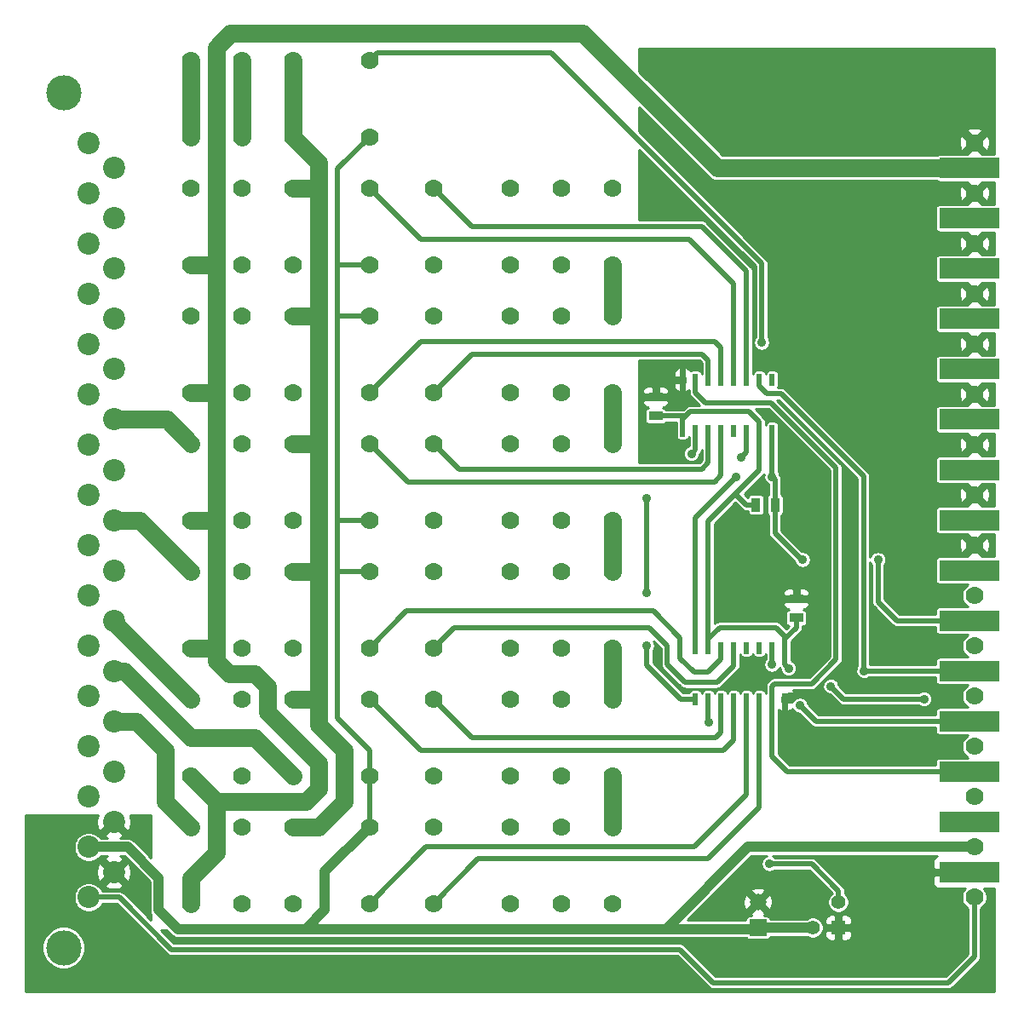
<source format=gtl>
G04 #@! TF.GenerationSoftware,KiCad,Pcbnew,(5.1.5)-3*
G04 #@! TF.CreationDate,2021-08-30T19:45:08+02:00*
G04 #@! TF.ProjectId,sbk6ac,73626b36-6163-42e6-9b69-6361645f7063,0432 -*
G04 #@! TF.SameCoordinates,Original*
G04 #@! TF.FileFunction,Copper,L1,Top*
G04 #@! TF.FilePolarity,Positive*
%FSLAX46Y46*%
G04 Gerber Fmt 4.6, Leading zero omitted, Abs format (unit mm)*
G04 Created by KiCad (PCBNEW (5.1.5)-3) date 2021-08-30 19:45:08*
%MOMM*%
%LPD*%
G04 APERTURE LIST*
%ADD10C,1.397000*%
%ADD11R,1.397000X1.397000*%
%ADD12C,1.778000*%
%ADD13R,0.889000X1.397000*%
%ADD14R,5.999480X1.998980*%
%ADD15C,3.500120*%
%ADD16C,2.199640*%
%ADD17R,0.508000X1.143000*%
%ADD18C,1.651000*%
%ADD19R,1.651000X1.651000*%
%ADD20R,1.397000X0.889000*%
%ADD21C,0.889000*%
%ADD22C,1.016000*%
%ADD23C,0.508000*%
%ADD24C,1.778000*%
%ADD25C,0.254000*%
G04 APERTURE END LIST*
D10*
X148209000Y-139573000D03*
D11*
X148209000Y-142113000D03*
D10*
X145669000Y-142113000D03*
D12*
X83820000Y-76200000D03*
X88900000Y-76200000D03*
X93980000Y-76200000D03*
X83820000Y-68580000D03*
X88900000Y-68580000D03*
X93980000Y-68580000D03*
X101600000Y-76200000D03*
X101600000Y-68580000D03*
X125730000Y-68580000D03*
X120650000Y-68580000D03*
X115570000Y-68580000D03*
X125730000Y-76200000D03*
X120650000Y-76200000D03*
X115570000Y-76200000D03*
X107950000Y-68580000D03*
X107950000Y-76200000D03*
X83820000Y-88900000D03*
X88900000Y-88900000D03*
X93980000Y-88900000D03*
X83820000Y-81280000D03*
X88900000Y-81280000D03*
X93980000Y-81280000D03*
X101600000Y-88900000D03*
X101600000Y-81280000D03*
X125730000Y-81280000D03*
X120650000Y-81280000D03*
X115570000Y-81280000D03*
X125730000Y-88900000D03*
X120650000Y-88900000D03*
X115570000Y-88900000D03*
X107950000Y-81280000D03*
X107950000Y-88900000D03*
X83820000Y-101600000D03*
X88900000Y-101600000D03*
X93980000Y-101600000D03*
X83820000Y-93980000D03*
X88900000Y-93980000D03*
X93980000Y-93980000D03*
X101600000Y-101600000D03*
X101600000Y-93980000D03*
X125730000Y-93980000D03*
X120650000Y-93980000D03*
X115570000Y-93980000D03*
X125730000Y-101600000D03*
X120650000Y-101600000D03*
X115570000Y-101600000D03*
X107950000Y-93980000D03*
X107950000Y-101600000D03*
X83820000Y-114300000D03*
X88900000Y-114300000D03*
X93980000Y-114300000D03*
X83820000Y-106680000D03*
X88900000Y-106680000D03*
X93980000Y-106680000D03*
X101600000Y-114300000D03*
X101600000Y-106680000D03*
X125730000Y-106680000D03*
X120650000Y-106680000D03*
X115570000Y-106680000D03*
X125730000Y-114300000D03*
X120650000Y-114300000D03*
X115570000Y-114300000D03*
X107950000Y-106680000D03*
X107950000Y-114300000D03*
X83820000Y-127000000D03*
X88900000Y-127000000D03*
X93980000Y-127000000D03*
X83820000Y-119380000D03*
X88900000Y-119380000D03*
X93980000Y-119380000D03*
X101600000Y-127000000D03*
X101600000Y-119380000D03*
X125730000Y-119380000D03*
X120650000Y-119380000D03*
X115570000Y-119380000D03*
X125730000Y-127000000D03*
X120650000Y-127000000D03*
X115570000Y-127000000D03*
X107950000Y-119380000D03*
X107950000Y-127000000D03*
X83820000Y-139700000D03*
X88900000Y-139700000D03*
X93980000Y-139700000D03*
X83820000Y-132080000D03*
X88900000Y-132080000D03*
X93980000Y-132080000D03*
X101600000Y-139700000D03*
X101600000Y-132080000D03*
X125730000Y-132080000D03*
X120650000Y-132080000D03*
X115570000Y-132080000D03*
X125730000Y-139700000D03*
X120650000Y-139700000D03*
X115570000Y-139700000D03*
X107950000Y-132080000D03*
X107950000Y-139700000D03*
X83820000Y-63500000D03*
X88900000Y-63500000D03*
X93980000Y-63500000D03*
X83820000Y-55880000D03*
X88900000Y-55880000D03*
X93980000Y-55880000D03*
X101600000Y-63500000D03*
X101600000Y-55880000D03*
D13*
X141922500Y-100076000D03*
X140017500Y-100076000D03*
D12*
X161719260Y-64099440D03*
D14*
X161218880Y-66601340D03*
D12*
X161719260Y-69100700D03*
D14*
X161218880Y-71600060D03*
D12*
X161719260Y-74099420D03*
D14*
X161218880Y-76601320D03*
D12*
X161719260Y-79100680D03*
D14*
X161218880Y-81600040D03*
D12*
X161719260Y-84099400D03*
D14*
X161218880Y-86601300D03*
D12*
X161719260Y-89100660D03*
D14*
X161218880Y-91600020D03*
D12*
X161719260Y-94099380D03*
D14*
X161218880Y-96601280D03*
D12*
X161719260Y-99100640D03*
D14*
X161218880Y-101600000D03*
D12*
X161719260Y-104099360D03*
D14*
X161218880Y-106601260D03*
D12*
X161719260Y-109100620D03*
D14*
X161218880Y-111599980D03*
D12*
X161719260Y-114099340D03*
D14*
X161218880Y-116601240D03*
D12*
X161719260Y-119100600D03*
D14*
X161218880Y-121599960D03*
D12*
X161719260Y-124099320D03*
D14*
X161218880Y-126601220D03*
D12*
X161719260Y-129100580D03*
D14*
X161218880Y-131599940D03*
D12*
X161719260Y-134099300D03*
D14*
X161218880Y-136601200D03*
D12*
X161719260Y-139100560D03*
D15*
X71198740Y-59100720D03*
D16*
X76200000Y-101600000D03*
X76200000Y-106601260D03*
X76200000Y-116601240D03*
X76200000Y-111599980D03*
X76200000Y-131599940D03*
X76200000Y-136601200D03*
X76200000Y-126601220D03*
X76200000Y-121599960D03*
X76200000Y-81600040D03*
X76200000Y-86601300D03*
X76200000Y-96601280D03*
X76200000Y-91600020D03*
X76200000Y-71600060D03*
X76200000Y-76601320D03*
X76200000Y-66601340D03*
X73698100Y-69100700D03*
X73698100Y-79100680D03*
X73698100Y-74099420D03*
X73698100Y-94099380D03*
X73698100Y-99100640D03*
X73698100Y-89100660D03*
X73698100Y-84099400D03*
X73698100Y-124099320D03*
X73698100Y-129100580D03*
X73698100Y-139100560D03*
X73698100Y-134099300D03*
X73698100Y-114099340D03*
X73698100Y-119100600D03*
X73698100Y-109100620D03*
X73698100Y-104099360D03*
X73700640Y-64099440D03*
D15*
X71198740Y-144101820D03*
D17*
X132715000Y-87630000D03*
X133985000Y-87630000D03*
X135255000Y-87630000D03*
X136525000Y-87630000D03*
X137795000Y-87630000D03*
X139065000Y-87630000D03*
X140335000Y-87630000D03*
X141605000Y-87630000D03*
X141605000Y-92710000D03*
X140335000Y-92710000D03*
X139065000Y-92710000D03*
X137795000Y-92710000D03*
X136525000Y-92710000D03*
X135255000Y-92710000D03*
X133985000Y-92710000D03*
X132715000Y-92710000D03*
X142875000Y-119380000D03*
X141605000Y-119380000D03*
X140335000Y-119380000D03*
X139065000Y-119380000D03*
X137795000Y-119380000D03*
X136525000Y-119380000D03*
X135255000Y-119380000D03*
X133985000Y-119380000D03*
X133985000Y-114300000D03*
X135255000Y-114300000D03*
X136525000Y-114300000D03*
X137795000Y-114300000D03*
X139065000Y-114300000D03*
X140335000Y-114300000D03*
X141605000Y-114300000D03*
X142875000Y-114300000D03*
D18*
X140208000Y-139573000D03*
D19*
X140208000Y-142113000D03*
D20*
X130048000Y-89344500D03*
X130048000Y-91249500D03*
X144018000Y-109410500D03*
X144018000Y-111315500D03*
D21*
X141351000Y-135763000D03*
X143256000Y-116332000D03*
X156718000Y-119380000D03*
X147447000Y-118110000D03*
X140589000Y-83947000D03*
X138557000Y-95377000D03*
X144399000Y-120015000D03*
X141605000Y-115951000D03*
X152146000Y-105537000D03*
X138049000Y-97282000D03*
X144653000Y-105537000D03*
X141605000Y-97282000D03*
X150749000Y-116586000D03*
X135300000Y-121700000D03*
X133096000Y-89789000D03*
X132700000Y-86200000D03*
X142875000Y-123698000D03*
X137795000Y-101092000D03*
X144018000Y-107442000D03*
X156845000Y-114173000D03*
X152146000Y-114173000D03*
X146177000Y-118999000D03*
X133604000Y-94996000D03*
X129159000Y-108839000D03*
X129159000Y-99441000D03*
X129159000Y-114046000D03*
D22*
X140081000Y-142240000D02*
X140208000Y-142113000D01*
X82550000Y-142240000D02*
X95377000Y-142240000D01*
X80645000Y-137160000D02*
X80645000Y-140335000D01*
X95377000Y-142240000D02*
X95250000Y-142240000D01*
X131064000Y-142240000D02*
X139204700Y-134099300D01*
X140208000Y-142113000D02*
X145669000Y-142113000D01*
X97155000Y-136525000D02*
X101600000Y-132080000D01*
D23*
X101600000Y-106680000D02*
X98425000Y-106680000D01*
D22*
X131064000Y-142240000D02*
X140081000Y-142240000D01*
D23*
X101600000Y-124460000D02*
X98425000Y-121285000D01*
X98425000Y-101600000D02*
X98425000Y-81280000D01*
X98425000Y-66675000D02*
X101600000Y-63500000D01*
D22*
X97155000Y-140335000D02*
X97155000Y-136525000D01*
X77584300Y-134099300D02*
X80645000Y-137160000D01*
X95250000Y-142240000D02*
X97155000Y-140335000D01*
D23*
X98425000Y-79375000D02*
X98425000Y-76200000D01*
X101600000Y-132080000D02*
X101600000Y-127000000D01*
D22*
X95377000Y-142240000D02*
X131064000Y-142240000D01*
D23*
X101600000Y-101600000D02*
X98425000Y-101600000D01*
X98425000Y-76200000D02*
X98425000Y-66675000D01*
X101600000Y-81280000D02*
X98425000Y-81280000D01*
X98425000Y-106680000D02*
X98425000Y-101600000D01*
X98425000Y-121285000D02*
X98425000Y-106680000D01*
D22*
X73698100Y-134099300D02*
X77584300Y-134099300D01*
D23*
X98425000Y-81280000D02*
X98425000Y-79375000D01*
X101600000Y-76200000D02*
X98425000Y-76200000D01*
D22*
X139204700Y-134099300D02*
X161719260Y-134099300D01*
X80645000Y-140335000D02*
X82550000Y-142240000D01*
D23*
X101600000Y-127000000D02*
X101600000Y-124460000D01*
X148717000Y-119380000D02*
X156718000Y-119380000D01*
X144018000Y-111315500D02*
X144018000Y-112268000D01*
X135255000Y-113411000D02*
X135255000Y-110109000D01*
X135255000Y-114300000D02*
X135255000Y-113411000D01*
X142875000Y-113411000D02*
X142875000Y-113157000D01*
X140335000Y-96647000D02*
X140335000Y-92710000D01*
X135255000Y-110109000D02*
X135255000Y-101727000D01*
X142875000Y-114300000D02*
X142875000Y-115951000D01*
X145542000Y-135763000D02*
X148209000Y-138430000D01*
X142875000Y-113411000D02*
X142875000Y-114300000D01*
X148209000Y-138430000D02*
X148209000Y-139573000D01*
X137985500Y-98996500D02*
X140335000Y-96647000D01*
X141986000Y-112268000D02*
X136398000Y-112268000D01*
X144018000Y-112268000D02*
X142875000Y-113411000D01*
X140335000Y-91821000D02*
X139319000Y-90805000D01*
X135255000Y-101727000D02*
X137985500Y-98996500D01*
X140335000Y-92710000D02*
X140335000Y-91821000D01*
X142875000Y-115951000D02*
X143256000Y-116332000D01*
X142875000Y-113157000D02*
X141986000Y-112268000D01*
X132715000Y-91567000D02*
X133477000Y-90805000D01*
X132715000Y-92710000D02*
X132715000Y-91567000D01*
X139319000Y-90805000D02*
X133477000Y-90805000D01*
X147447000Y-118110000D02*
X148717000Y-119380000D01*
X133032500Y-91249500D02*
X133477000Y-90805000D01*
X139065000Y-100076000D02*
X137985500Y-98996500D01*
X130048000Y-91249500D02*
X133032500Y-91249500D01*
X141351000Y-135763000D02*
X145542000Y-135763000D01*
X140017500Y-100076000D02*
X139065000Y-100076000D01*
X136398000Y-112268000D02*
X135255000Y-113411000D01*
D24*
X88900000Y-63500000D02*
X88900000Y-55880000D01*
X83820000Y-55880000D02*
X83820000Y-63500000D01*
D23*
X135763000Y-147574000D02*
X159131000Y-147574000D01*
X96139000Y-144272000D02*
X132461000Y-144272000D01*
X161719260Y-144985740D02*
X161719260Y-139100560D01*
X81915000Y-144272000D02*
X96139000Y-144272000D01*
X159131000Y-147574000D02*
X161719260Y-144985740D01*
X73698100Y-139100560D02*
X76743560Y-139100560D01*
X76743560Y-139100560D02*
X81915000Y-144272000D01*
X132461000Y-144272000D02*
X135763000Y-147574000D01*
X119634000Y-55118000D02*
X102362000Y-55118000D01*
X139065000Y-94869000D02*
X138557000Y-95377000D01*
X140589000Y-76073000D02*
X119634000Y-55118000D01*
X102362000Y-55118000D02*
X101600000Y-55880000D01*
X140589000Y-83947000D02*
X140589000Y-76073000D01*
X139065000Y-92710000D02*
X139065000Y-94869000D01*
X145983960Y-121599960D02*
X144399000Y-120015000D01*
X141605000Y-115951000D02*
X141605000Y-114300000D01*
X147828000Y-121599960D02*
X147894040Y-121599960D01*
X161719260Y-121599960D02*
X147828000Y-121599960D01*
X147828000Y-121599960D02*
X145983960Y-121599960D01*
X141605000Y-97282000D02*
X141605000Y-92710000D01*
X141922500Y-102933500D02*
X144526000Y-105537000D01*
X133985000Y-114300000D02*
X133985000Y-101346000D01*
X141922500Y-97599500D02*
X141605000Y-97282000D01*
X154017980Y-111599980D02*
X161719260Y-111599980D01*
X141922500Y-100076000D02*
X141922500Y-97599500D01*
X141922500Y-100076000D02*
X141922500Y-102933500D01*
X144526000Y-105537000D02*
X144653000Y-105537000D01*
X133985000Y-101346000D02*
X138049000Y-97282000D01*
X152146000Y-105537000D02*
X152146000Y-109728000D01*
X152146000Y-109728000D02*
X154017980Y-111599980D01*
X150749000Y-116601240D02*
X150749000Y-116586000D01*
X135255000Y-121655000D02*
X135300000Y-121700000D01*
X135255000Y-121655000D02*
X135255000Y-119380000D01*
X141097000Y-89027000D02*
X142494000Y-89027000D01*
X150749000Y-116601240D02*
X161719260Y-116601240D01*
X150733760Y-116601240D02*
X150733760Y-97266760D01*
X142494000Y-89027000D02*
X150733760Y-97266760D01*
X150733760Y-116601240D02*
X150749000Y-116601240D01*
X140335000Y-87630000D02*
X140335000Y-88265000D01*
X140335000Y-88265000D02*
X141097000Y-89027000D01*
X147955000Y-96393000D02*
X147955000Y-114935000D01*
X141605000Y-118110000D02*
X141605000Y-119380000D01*
X133985000Y-88900000D02*
X135001000Y-89916000D01*
X143111220Y-126601220D02*
X141605000Y-125095000D01*
X141859000Y-117856000D02*
X141605000Y-118110000D01*
X147955000Y-115443000D02*
X145542000Y-117856000D01*
X141605000Y-125095000D02*
X141605000Y-119380000D01*
X141478000Y-89916000D02*
X147955000Y-96393000D01*
X161719260Y-126601220D02*
X143111220Y-126601220D01*
X145542000Y-117856000D02*
X141859000Y-117856000D01*
X147955000Y-114935000D02*
X147955000Y-115443000D01*
X135001000Y-89916000D02*
X141478000Y-89916000D01*
X133985000Y-87630000D02*
X133985000Y-88900000D01*
X130048000Y-89344500D02*
X132651500Y-89344500D01*
X132715000Y-89408000D02*
X133096000Y-89789000D01*
X132715000Y-89408000D02*
X132715000Y-87630000D01*
X132651500Y-89344500D02*
X133096000Y-89789000D01*
X132715000Y-87630000D02*
X132715000Y-86215000D01*
X132715000Y-86215000D02*
X132700000Y-86200000D01*
X143256000Y-118999000D02*
X146177000Y-118999000D01*
X142875000Y-119380000D02*
X143256000Y-118999000D01*
X144018000Y-107442000D02*
X144018000Y-107315000D01*
X144018000Y-109410500D02*
X144018000Y-107442000D01*
X142875000Y-119380000D02*
X142875000Y-123698000D01*
X144018000Y-107315000D02*
X137795000Y-101092000D01*
D22*
X156845000Y-114173000D02*
X152146000Y-114173000D01*
D23*
X135250000Y-135260000D02*
X140335000Y-130175000D01*
X107950000Y-139700000D02*
X112390000Y-135260000D01*
X140335000Y-130175000D02*
X140335000Y-119380000D01*
X112390000Y-135260000D02*
X135250000Y-135260000D01*
X139065000Y-128905000D02*
X139065000Y-119380000D01*
X133880000Y-134090000D02*
X139065000Y-128905000D01*
X101600000Y-139700000D02*
X107210000Y-134090000D01*
X107210000Y-134090000D02*
X133880000Y-134090000D01*
X106680000Y-124460000D02*
X136790000Y-124460000D01*
X136790000Y-124460000D02*
X137795000Y-123455000D01*
X137795000Y-123455000D02*
X137795000Y-119380000D01*
X101600000Y-119380000D02*
X106680000Y-124460000D01*
X111760000Y-123190000D02*
X136020000Y-123190000D01*
X136525000Y-122685000D02*
X136525000Y-119380000D01*
X107950000Y-119380000D02*
X111760000Y-123190000D01*
X136020000Y-123190000D02*
X136525000Y-122685000D01*
X129159000Y-116002000D02*
X129159000Y-114046000D01*
X133604000Y-94996000D02*
X133985000Y-94615000D01*
X132537000Y-119380000D02*
X129159000Y-116002000D01*
X133985000Y-119380000D02*
X132537000Y-119380000D01*
X129159000Y-108839000D02*
X129159000Y-99441000D01*
X133985000Y-94615000D02*
X133985000Y-92710000D01*
X133858000Y-116713000D02*
X135255000Y-116713000D01*
X129794000Y-110617000D02*
X132461000Y-113284000D01*
X105283000Y-110617000D02*
X129794000Y-110617000D01*
X132461000Y-115316000D02*
X133858000Y-116713000D01*
X132461000Y-113284000D02*
X132461000Y-115316000D01*
X101600000Y-114300000D02*
X105283000Y-110617000D01*
X135255000Y-116713000D02*
X136525000Y-115443000D01*
X136525000Y-115443000D02*
X136525000Y-114300000D01*
X131191000Y-114046000D02*
X131191000Y-115951000D01*
X107950000Y-114300000D02*
X109982000Y-112268000D01*
X136144000Y-117729000D02*
X137795000Y-116078000D01*
X132969000Y-117729000D02*
X136144000Y-117729000D01*
X129413000Y-112268000D02*
X131191000Y-114046000D01*
X137795000Y-116078000D02*
X137795000Y-114300000D01*
X131191000Y-115951000D02*
X132969000Y-117729000D01*
X109982000Y-112268000D02*
X129413000Y-112268000D01*
X134620000Y-85090000D02*
X135255000Y-85725000D01*
X135255000Y-85725000D02*
X135255000Y-87630000D01*
X107950000Y-88900000D02*
X111760000Y-85090000D01*
X111760000Y-85090000D02*
X134620000Y-85090000D01*
X101600000Y-88900000D02*
X106680000Y-83820000D01*
X106680000Y-83820000D02*
X135890000Y-83820000D01*
X135890000Y-83820000D02*
X136525000Y-84455000D01*
X136525000Y-84455000D02*
X136525000Y-87630000D01*
X133350000Y-73660000D02*
X137795000Y-78105000D01*
X137795000Y-78105000D02*
X137795000Y-87630000D01*
X101600000Y-68580000D02*
X106680000Y-73660000D01*
X106680000Y-73660000D02*
X133350000Y-73660000D01*
X139065000Y-76835000D02*
X139065000Y-87630000D01*
X107950000Y-68580000D02*
X111760000Y-72390000D01*
X134620000Y-72390000D02*
X139065000Y-76835000D01*
X111760000Y-72390000D02*
X134620000Y-72390000D01*
X105410000Y-97790000D02*
X135890000Y-97790000D01*
X136525000Y-97155000D02*
X136525000Y-92710000D01*
X135890000Y-97790000D02*
X136525000Y-97155000D01*
X101600000Y-93980000D02*
X105410000Y-97790000D01*
X133350000Y-96520000D02*
X134620000Y-96520000D01*
X110490000Y-96520000D02*
X133350000Y-96520000D01*
X107950000Y-93980000D02*
X110490000Y-96520000D01*
X135255000Y-95885000D02*
X135255000Y-92710000D01*
X134620000Y-96520000D02*
X135255000Y-95885000D01*
D24*
X78740000Y-101600000D02*
X83820000Y-106680000D01*
X76200000Y-101600000D02*
X78740000Y-101600000D01*
X77231240Y-116601240D02*
X83820000Y-123190000D01*
X83820000Y-123190000D02*
X90170000Y-123190000D01*
X76200000Y-116601240D02*
X77231240Y-116601240D01*
X90170000Y-123190000D02*
X93980000Y-127000000D01*
X76200000Y-111599980D02*
X76200000Y-111760000D01*
X76200000Y-111760000D02*
X83820000Y-119380000D01*
X81280000Y-124460000D02*
X81280000Y-129540000D01*
X78419960Y-121599960D02*
X81280000Y-124460000D01*
X76200000Y-121599960D02*
X78419960Y-121599960D01*
X81280000Y-129540000D02*
X83820000Y-132080000D01*
X81440020Y-91600020D02*
X83820000Y-93980000D01*
X76200000Y-91600020D02*
X81440020Y-91600020D01*
X125730000Y-81280000D02*
X125730000Y-76200000D01*
X125730000Y-93980000D02*
X125730000Y-88900000D01*
X125730000Y-106680000D02*
X125730000Y-101600000D01*
X125730000Y-119380000D02*
X125730000Y-114300000D01*
X125730000Y-127000000D02*
X125730000Y-132080000D01*
X122809000Y-53213000D02*
X136197340Y-66601340D01*
X83820000Y-114300000D02*
X86360000Y-114300000D01*
X87757000Y-53213000D02*
X122809000Y-53213000D01*
X83820000Y-88900000D02*
X86360000Y-88900000D01*
X86360000Y-101600000D02*
X86360000Y-88900000D01*
X95250000Y-129540000D02*
X96520000Y-128270000D01*
X90170000Y-116840000D02*
X87630000Y-116840000D01*
X86360000Y-115570000D02*
X86360000Y-114300000D01*
X86360000Y-129540000D02*
X83820000Y-127000000D01*
X86360000Y-134620000D02*
X86360000Y-129540000D01*
X86360000Y-54610000D02*
X87757000Y-53213000D01*
X83820000Y-76200000D02*
X86360000Y-76200000D01*
X91440000Y-118110000D02*
X90170000Y-116840000D01*
X83820000Y-139700000D02*
X83820000Y-137160000D01*
X86360000Y-63500000D02*
X86360000Y-54610000D01*
X87630000Y-116840000D02*
X86360000Y-115570000D01*
X96520000Y-128270000D02*
X96520000Y-125730000D01*
X83820000Y-101600000D02*
X86360000Y-101600000D01*
X96520000Y-125730000D02*
X91440000Y-120650000D01*
X86360000Y-114300000D02*
X86360000Y-111760000D01*
X86360000Y-129540000D02*
X95250000Y-129540000D01*
X86360000Y-111760000D02*
X86360000Y-101600000D01*
X91440000Y-120650000D02*
X91440000Y-118110000D01*
X136197340Y-66601340D02*
X161719260Y-66601340D01*
X86360000Y-76200000D02*
X86360000Y-63500000D01*
X86360000Y-88900000D02*
X86360000Y-76200000D01*
X83820000Y-137160000D02*
X86360000Y-134620000D01*
X93980000Y-63500000D02*
X96520000Y-66040000D01*
X96520000Y-66040000D02*
X96520000Y-68580000D01*
X96520000Y-121920000D02*
X96520000Y-119380000D01*
X93980000Y-81280000D02*
X96520000Y-81280000D01*
X93980000Y-119380000D02*
X96520000Y-119380000D01*
X93980000Y-106680000D02*
X96520000Y-106680000D01*
X96520000Y-81280000D02*
X96520000Y-68580000D01*
X99060000Y-129540000D02*
X99060000Y-124460000D01*
X93980000Y-68580000D02*
X96520000Y-68580000D01*
X99060000Y-124460000D02*
X96520000Y-121920000D01*
X96520000Y-119380000D02*
X96520000Y-106680000D01*
X93980000Y-93980000D02*
X96520000Y-93980000D01*
X96520000Y-93980000D02*
X96520000Y-81280000D01*
X93980000Y-132080000D02*
X96520000Y-132080000D01*
X96520000Y-106680000D02*
X96520000Y-93980000D01*
X96520000Y-132080000D02*
X99060000Y-129540000D01*
X93980000Y-58420000D02*
X93980000Y-63500000D01*
X93980000Y-55880000D02*
X93980000Y-58420000D01*
D25*
G36*
X74527468Y-131108583D02*
G01*
X74463746Y-131444319D01*
X74466747Y-131786035D01*
X74536356Y-132120600D01*
X74655464Y-132408150D01*
X74914499Y-132526231D01*
X75840790Y-131599940D01*
X75826648Y-131585798D01*
X76185858Y-131226588D01*
X76200000Y-131240730D01*
X76214143Y-131226588D01*
X76573353Y-131585798D01*
X76559210Y-131599940D01*
X77485501Y-132526231D01*
X77744536Y-132408150D01*
X77872532Y-132091297D01*
X77936254Y-131755561D01*
X77933253Y-131413845D01*
X77863644Y-131079280D01*
X77804709Y-130937000D01*
X79883000Y-130937000D01*
X79883000Y-135140764D01*
X78243799Y-133501564D01*
X78215959Y-133467641D01*
X78080591Y-133356547D01*
X77926151Y-133273997D01*
X77758574Y-133223164D01*
X77627967Y-133210300D01*
X77627960Y-133210300D01*
X77584300Y-133206000D01*
X77540640Y-133210300D01*
X76849298Y-133210300D01*
X77008210Y-133144476D01*
X77126291Y-132885441D01*
X76200000Y-131959150D01*
X75273709Y-132885441D01*
X75391790Y-133144476D01*
X75554737Y-133210300D01*
X74885056Y-133210300D01*
X74848328Y-133155332D01*
X74642068Y-132949072D01*
X74399531Y-132787014D01*
X74130039Y-132675387D01*
X73843948Y-132618480D01*
X73552252Y-132618480D01*
X73266161Y-132675387D01*
X72996669Y-132787014D01*
X72754132Y-132949072D01*
X72547872Y-133155332D01*
X72385814Y-133397869D01*
X72274187Y-133667361D01*
X72217280Y-133953452D01*
X72217280Y-134245148D01*
X72274187Y-134531239D01*
X72385814Y-134800731D01*
X72547872Y-135043268D01*
X72754132Y-135249528D01*
X72996669Y-135411586D01*
X73266161Y-135523213D01*
X73552252Y-135580120D01*
X73843948Y-135580120D01*
X74130039Y-135523213D01*
X74399531Y-135411586D01*
X74642068Y-135249528D01*
X74848328Y-135043268D01*
X74885056Y-134988300D01*
X75556834Y-134988300D01*
X75391790Y-135056664D01*
X75273709Y-135315699D01*
X76200000Y-136241990D01*
X77126291Y-135315699D01*
X77008210Y-135056664D01*
X76838976Y-134988300D01*
X77216065Y-134988300D01*
X79756000Y-137528236D01*
X79756001Y-140291330D01*
X79751700Y-140335000D01*
X79768864Y-140509274D01*
X79819698Y-140676852D01*
X79883000Y-140795281D01*
X79883000Y-141341975D01*
X77214634Y-138673610D01*
X77194745Y-138649375D01*
X77098054Y-138570023D01*
X76987740Y-138511058D01*
X76868042Y-138474748D01*
X76774752Y-138465560D01*
X76774741Y-138465560D01*
X76743560Y-138462489D01*
X76712379Y-138465560D01*
X75037903Y-138465560D01*
X75010386Y-138399129D01*
X74848328Y-138156592D01*
X74642068Y-137950332D01*
X74546838Y-137886701D01*
X75273709Y-137886701D01*
X75391790Y-138145736D01*
X75708643Y-138273732D01*
X76044379Y-138337454D01*
X76386095Y-138334453D01*
X76720660Y-138264844D01*
X77008210Y-138145736D01*
X77126291Y-137886701D01*
X76200000Y-136960410D01*
X75273709Y-137886701D01*
X74546838Y-137886701D01*
X74399531Y-137788274D01*
X74130039Y-137676647D01*
X73843948Y-137619740D01*
X73552252Y-137619740D01*
X73266161Y-137676647D01*
X72996669Y-137788274D01*
X72754132Y-137950332D01*
X72547872Y-138156592D01*
X72385814Y-138399129D01*
X72274187Y-138668621D01*
X72217280Y-138954712D01*
X72217280Y-139246408D01*
X72274187Y-139532499D01*
X72385814Y-139801991D01*
X72547872Y-140044528D01*
X72754132Y-140250788D01*
X72996669Y-140412846D01*
X73266161Y-140524473D01*
X73552252Y-140581380D01*
X73843948Y-140581380D01*
X74130039Y-140524473D01*
X74399531Y-140412846D01*
X74642068Y-140250788D01*
X74848328Y-140044528D01*
X75010386Y-139801991D01*
X75037903Y-139735560D01*
X76480536Y-139735560D01*
X81443935Y-144698961D01*
X81463815Y-144723185D01*
X81488039Y-144743065D01*
X81488043Y-144743069D01*
X81560506Y-144802538D01*
X81670367Y-144861260D01*
X81670820Y-144861502D01*
X81790518Y-144897812D01*
X81883808Y-144907000D01*
X81883811Y-144907000D01*
X81915000Y-144910072D01*
X81946189Y-144907000D01*
X132197976Y-144907000D01*
X135291930Y-148000955D01*
X135311815Y-148025185D01*
X135408506Y-148104537D01*
X135518820Y-148163502D01*
X135638518Y-148199812D01*
X135731808Y-148209000D01*
X135731818Y-148209000D01*
X135762999Y-148212071D01*
X135794180Y-148209000D01*
X159099819Y-148209000D01*
X159131000Y-148212071D01*
X159162181Y-148209000D01*
X159162192Y-148209000D01*
X159255482Y-148199812D01*
X159375180Y-148163502D01*
X159485494Y-148104537D01*
X159582185Y-148025185D01*
X159602074Y-148000950D01*
X162146222Y-145456804D01*
X162170445Y-145436925D01*
X162190328Y-145412698D01*
X162249797Y-145340235D01*
X162270336Y-145301809D01*
X162308762Y-145229920D01*
X162345072Y-145110222D01*
X162354260Y-145016932D01*
X162354260Y-145016922D01*
X162357331Y-144985741D01*
X162354260Y-144954560D01*
X162354260Y-140203682D01*
X162528838Y-140087033D01*
X162705733Y-139910138D01*
X162844719Y-139702131D01*
X162940455Y-139471005D01*
X162989260Y-139225644D01*
X162989260Y-138975476D01*
X162940455Y-138730115D01*
X162844719Y-138498989D01*
X162705733Y-138290982D01*
X162651652Y-138236901D01*
X163703000Y-138238150D01*
X163703000Y-148463000D01*
X67437000Y-148463000D01*
X67437000Y-143891929D01*
X69067680Y-143891929D01*
X69067680Y-144311711D01*
X69149576Y-144723427D01*
X69310219Y-145111255D01*
X69543438Y-145460291D01*
X69840269Y-145757122D01*
X70189305Y-145990341D01*
X70577133Y-146150984D01*
X70988849Y-146232880D01*
X71408631Y-146232880D01*
X71820347Y-146150984D01*
X72208175Y-145990341D01*
X72557211Y-145757122D01*
X72854042Y-145460291D01*
X73087261Y-145111255D01*
X73247904Y-144723427D01*
X73329800Y-144311711D01*
X73329800Y-143891929D01*
X73247904Y-143480213D01*
X73087261Y-143092385D01*
X72854042Y-142743349D01*
X72557211Y-142446518D01*
X72208175Y-142213299D01*
X71820347Y-142052656D01*
X71408631Y-141970760D01*
X70988849Y-141970760D01*
X70577133Y-142052656D01*
X70189305Y-142213299D01*
X69840269Y-142446518D01*
X69543438Y-142743349D01*
X69310219Y-143092385D01*
X69149576Y-143480213D01*
X69067680Y-143891929D01*
X67437000Y-143891929D01*
X67437000Y-136445579D01*
X74463746Y-136445579D01*
X74466747Y-136787295D01*
X74536356Y-137121860D01*
X74655464Y-137409410D01*
X74914499Y-137527491D01*
X75840790Y-136601200D01*
X76559210Y-136601200D01*
X77485501Y-137527491D01*
X77744536Y-137409410D01*
X77872532Y-137092557D01*
X77936254Y-136756821D01*
X77933253Y-136415105D01*
X77863644Y-136080540D01*
X77744536Y-135792990D01*
X77485501Y-135674909D01*
X76559210Y-136601200D01*
X75840790Y-136601200D01*
X74914499Y-135674909D01*
X74655464Y-135792990D01*
X74527468Y-136109843D01*
X74463746Y-136445579D01*
X67437000Y-136445579D01*
X67437000Y-130937000D01*
X74596781Y-130937000D01*
X74527468Y-131108583D01*
G37*
X74527468Y-131108583D02*
X74463746Y-131444319D01*
X74466747Y-131786035D01*
X74536356Y-132120600D01*
X74655464Y-132408150D01*
X74914499Y-132526231D01*
X75840790Y-131599940D01*
X75826648Y-131585798D01*
X76185858Y-131226588D01*
X76200000Y-131240730D01*
X76214143Y-131226588D01*
X76573353Y-131585798D01*
X76559210Y-131599940D01*
X77485501Y-132526231D01*
X77744536Y-132408150D01*
X77872532Y-132091297D01*
X77936254Y-131755561D01*
X77933253Y-131413845D01*
X77863644Y-131079280D01*
X77804709Y-130937000D01*
X79883000Y-130937000D01*
X79883000Y-135140764D01*
X78243799Y-133501564D01*
X78215959Y-133467641D01*
X78080591Y-133356547D01*
X77926151Y-133273997D01*
X77758574Y-133223164D01*
X77627967Y-133210300D01*
X77627960Y-133210300D01*
X77584300Y-133206000D01*
X77540640Y-133210300D01*
X76849298Y-133210300D01*
X77008210Y-133144476D01*
X77126291Y-132885441D01*
X76200000Y-131959150D01*
X75273709Y-132885441D01*
X75391790Y-133144476D01*
X75554737Y-133210300D01*
X74885056Y-133210300D01*
X74848328Y-133155332D01*
X74642068Y-132949072D01*
X74399531Y-132787014D01*
X74130039Y-132675387D01*
X73843948Y-132618480D01*
X73552252Y-132618480D01*
X73266161Y-132675387D01*
X72996669Y-132787014D01*
X72754132Y-132949072D01*
X72547872Y-133155332D01*
X72385814Y-133397869D01*
X72274187Y-133667361D01*
X72217280Y-133953452D01*
X72217280Y-134245148D01*
X72274187Y-134531239D01*
X72385814Y-134800731D01*
X72547872Y-135043268D01*
X72754132Y-135249528D01*
X72996669Y-135411586D01*
X73266161Y-135523213D01*
X73552252Y-135580120D01*
X73843948Y-135580120D01*
X74130039Y-135523213D01*
X74399531Y-135411586D01*
X74642068Y-135249528D01*
X74848328Y-135043268D01*
X74885056Y-134988300D01*
X75556834Y-134988300D01*
X75391790Y-135056664D01*
X75273709Y-135315699D01*
X76200000Y-136241990D01*
X77126291Y-135315699D01*
X77008210Y-135056664D01*
X76838976Y-134988300D01*
X77216065Y-134988300D01*
X79756000Y-137528236D01*
X79756001Y-140291330D01*
X79751700Y-140335000D01*
X79768864Y-140509274D01*
X79819698Y-140676852D01*
X79883000Y-140795281D01*
X79883000Y-141341975D01*
X77214634Y-138673610D01*
X77194745Y-138649375D01*
X77098054Y-138570023D01*
X76987740Y-138511058D01*
X76868042Y-138474748D01*
X76774752Y-138465560D01*
X76774741Y-138465560D01*
X76743560Y-138462489D01*
X76712379Y-138465560D01*
X75037903Y-138465560D01*
X75010386Y-138399129D01*
X74848328Y-138156592D01*
X74642068Y-137950332D01*
X74546838Y-137886701D01*
X75273709Y-137886701D01*
X75391790Y-138145736D01*
X75708643Y-138273732D01*
X76044379Y-138337454D01*
X76386095Y-138334453D01*
X76720660Y-138264844D01*
X77008210Y-138145736D01*
X77126291Y-137886701D01*
X76200000Y-136960410D01*
X75273709Y-137886701D01*
X74546838Y-137886701D01*
X74399531Y-137788274D01*
X74130039Y-137676647D01*
X73843948Y-137619740D01*
X73552252Y-137619740D01*
X73266161Y-137676647D01*
X72996669Y-137788274D01*
X72754132Y-137950332D01*
X72547872Y-138156592D01*
X72385814Y-138399129D01*
X72274187Y-138668621D01*
X72217280Y-138954712D01*
X72217280Y-139246408D01*
X72274187Y-139532499D01*
X72385814Y-139801991D01*
X72547872Y-140044528D01*
X72754132Y-140250788D01*
X72996669Y-140412846D01*
X73266161Y-140524473D01*
X73552252Y-140581380D01*
X73843948Y-140581380D01*
X74130039Y-140524473D01*
X74399531Y-140412846D01*
X74642068Y-140250788D01*
X74848328Y-140044528D01*
X75010386Y-139801991D01*
X75037903Y-139735560D01*
X76480536Y-139735560D01*
X81443935Y-144698961D01*
X81463815Y-144723185D01*
X81488039Y-144743065D01*
X81488043Y-144743069D01*
X81560506Y-144802538D01*
X81670367Y-144861260D01*
X81670820Y-144861502D01*
X81790518Y-144897812D01*
X81883808Y-144907000D01*
X81883811Y-144907000D01*
X81915000Y-144910072D01*
X81946189Y-144907000D01*
X132197976Y-144907000D01*
X135291930Y-148000955D01*
X135311815Y-148025185D01*
X135408506Y-148104537D01*
X135518820Y-148163502D01*
X135638518Y-148199812D01*
X135731808Y-148209000D01*
X135731818Y-148209000D01*
X135762999Y-148212071D01*
X135794180Y-148209000D01*
X159099819Y-148209000D01*
X159131000Y-148212071D01*
X159162181Y-148209000D01*
X159162192Y-148209000D01*
X159255482Y-148199812D01*
X159375180Y-148163502D01*
X159485494Y-148104537D01*
X159582185Y-148025185D01*
X159602074Y-148000950D01*
X162146222Y-145456804D01*
X162170445Y-145436925D01*
X162190328Y-145412698D01*
X162249797Y-145340235D01*
X162270336Y-145301809D01*
X162308762Y-145229920D01*
X162345072Y-145110222D01*
X162354260Y-145016932D01*
X162354260Y-145016922D01*
X162357331Y-144985741D01*
X162354260Y-144954560D01*
X162354260Y-140203682D01*
X162528838Y-140087033D01*
X162705733Y-139910138D01*
X162844719Y-139702131D01*
X162940455Y-139471005D01*
X162989260Y-139225644D01*
X162989260Y-138975476D01*
X162940455Y-138730115D01*
X162844719Y-138498989D01*
X162705733Y-138290982D01*
X162651652Y-138236901D01*
X163703000Y-138238150D01*
X163703000Y-148463000D01*
X67437000Y-148463000D01*
X67437000Y-143891929D01*
X69067680Y-143891929D01*
X69067680Y-144311711D01*
X69149576Y-144723427D01*
X69310219Y-145111255D01*
X69543438Y-145460291D01*
X69840269Y-145757122D01*
X70189305Y-145990341D01*
X70577133Y-146150984D01*
X70988849Y-146232880D01*
X71408631Y-146232880D01*
X71820347Y-146150984D01*
X72208175Y-145990341D01*
X72557211Y-145757122D01*
X72854042Y-145460291D01*
X73087261Y-145111255D01*
X73247904Y-144723427D01*
X73329800Y-144311711D01*
X73329800Y-143891929D01*
X73247904Y-143480213D01*
X73087261Y-143092385D01*
X72854042Y-142743349D01*
X72557211Y-142446518D01*
X72208175Y-142213299D01*
X71820347Y-142052656D01*
X71408631Y-141970760D01*
X70988849Y-141970760D01*
X70577133Y-142052656D01*
X70189305Y-142213299D01*
X69840269Y-142446518D01*
X69543438Y-142743349D01*
X69310219Y-143092385D01*
X69149576Y-143480213D01*
X69067680Y-143891929D01*
X67437000Y-143891929D01*
X67437000Y-136445579D01*
X74463746Y-136445579D01*
X74466747Y-136787295D01*
X74536356Y-137121860D01*
X74655464Y-137409410D01*
X74914499Y-137527491D01*
X75840790Y-136601200D01*
X76559210Y-136601200D01*
X77485501Y-137527491D01*
X77744536Y-137409410D01*
X77872532Y-137092557D01*
X77936254Y-136756821D01*
X77933253Y-136415105D01*
X77863644Y-136080540D01*
X77744536Y-135792990D01*
X77485501Y-135674909D01*
X76559210Y-136601200D01*
X75840790Y-136601200D01*
X74914499Y-135674909D01*
X74655464Y-135792990D01*
X74527468Y-136109843D01*
X74463746Y-136445579D01*
X67437000Y-136445579D01*
X67437000Y-130937000D01*
X74596781Y-130937000D01*
X74527468Y-131108583D01*
G36*
X140959979Y-135031452D02*
G01*
X140824775Y-135121792D01*
X140709792Y-135236775D01*
X140619452Y-135371979D01*
X140557224Y-135522211D01*
X140525500Y-135681695D01*
X140525500Y-135844305D01*
X140557224Y-136003789D01*
X140619452Y-136154021D01*
X140709792Y-136289225D01*
X140824775Y-136404208D01*
X140959979Y-136494548D01*
X141110211Y-136556776D01*
X141269695Y-136588500D01*
X141432305Y-136588500D01*
X141591789Y-136556776D01*
X141742021Y-136494548D01*
X141877225Y-136404208D01*
X141883433Y-136398000D01*
X145278976Y-136398000D01*
X147574000Y-138693026D01*
X147574000Y-138698990D01*
X147520859Y-138734498D01*
X147370498Y-138884859D01*
X147252360Y-139061665D01*
X147170985Y-139258122D01*
X147129500Y-139466679D01*
X147129500Y-139679321D01*
X147170985Y-139887878D01*
X147252360Y-140084335D01*
X147370498Y-140261141D01*
X147520859Y-140411502D01*
X147697665Y-140529640D01*
X147894122Y-140611015D01*
X148102679Y-140652500D01*
X148315321Y-140652500D01*
X148523878Y-140611015D01*
X148720335Y-140529640D01*
X148897141Y-140411502D01*
X149047502Y-140261141D01*
X149165640Y-140084335D01*
X149247015Y-139887878D01*
X149288500Y-139679321D01*
X149288500Y-139466679D01*
X149247015Y-139258122D01*
X149165640Y-139061665D01*
X149047502Y-138884859D01*
X148897141Y-138734498D01*
X148844000Y-138698990D01*
X148844000Y-138461189D01*
X148847072Y-138430000D01*
X148844000Y-138398808D01*
X148834812Y-138305518D01*
X148798502Y-138185820D01*
X148781501Y-138154013D01*
X148739538Y-138075506D01*
X148680069Y-138003043D01*
X148680065Y-138003039D01*
X148660185Y-137978815D01*
X148635962Y-137958936D01*
X146013074Y-135336050D01*
X145993185Y-135311815D01*
X145896494Y-135232463D01*
X145786180Y-135173498D01*
X145666482Y-135137188D01*
X145573192Y-135128000D01*
X145573181Y-135128000D01*
X145542000Y-135124929D01*
X145510819Y-135128000D01*
X141883433Y-135128000D01*
X141877225Y-135121792D01*
X141742021Y-135031452D01*
X141637843Y-134988300D01*
X158053774Y-134988300D01*
X157974960Y-135012208D01*
X157864646Y-135071173D01*
X157767955Y-135150525D01*
X157688603Y-135247216D01*
X157629638Y-135357530D01*
X157593328Y-135477228D01*
X157581068Y-135601710D01*
X157584140Y-136188450D01*
X157742890Y-136347200D01*
X160964880Y-136347200D01*
X160964880Y-136327200D01*
X161472880Y-136327200D01*
X161472880Y-136347200D01*
X161492880Y-136347200D01*
X161492880Y-136855200D01*
X161472880Y-136855200D01*
X161472880Y-136875200D01*
X160964880Y-136875200D01*
X160964880Y-136855200D01*
X157742890Y-136855200D01*
X157584140Y-137013950D01*
X157581068Y-137600690D01*
X157593328Y-137725172D01*
X157629638Y-137844870D01*
X157688603Y-137955184D01*
X157767955Y-138051875D01*
X157864646Y-138131227D01*
X157974960Y-138190192D01*
X158094658Y-138226502D01*
X158219140Y-138238762D01*
X160788058Y-138235711D01*
X160732787Y-138290982D01*
X160593801Y-138498989D01*
X160498065Y-138730115D01*
X160449260Y-138975476D01*
X160449260Y-139225644D01*
X160498065Y-139471005D01*
X160593801Y-139702131D01*
X160732787Y-139910138D01*
X160909682Y-140087033D01*
X161084261Y-140203683D01*
X161084260Y-144722714D01*
X158867976Y-146939000D01*
X136026025Y-146939000D01*
X132932074Y-143845050D01*
X132912185Y-143820815D01*
X132815494Y-143741463D01*
X132705180Y-143682498D01*
X132585482Y-143646188D01*
X132492192Y-143637000D01*
X132492181Y-143637000D01*
X132461000Y-143633929D01*
X132429819Y-143637000D01*
X82178026Y-143637000D01*
X80908025Y-142367000D01*
X81419764Y-142367000D01*
X81890506Y-142837742D01*
X81918341Y-142871659D01*
X82053709Y-142982753D01*
X82208149Y-143065303D01*
X82273109Y-143085008D01*
X82375725Y-143116136D01*
X82392325Y-143117771D01*
X82506333Y-143129000D01*
X82506340Y-143129000D01*
X82550000Y-143133300D01*
X82593660Y-143129000D01*
X95206340Y-143129000D01*
X95250000Y-143133300D01*
X95293660Y-143129000D01*
X131020340Y-143129000D01*
X131064000Y-143133300D01*
X131107660Y-143129000D01*
X139052314Y-143129000D01*
X139064178Y-143151196D01*
X139111789Y-143209211D01*
X139169804Y-143256822D01*
X139235992Y-143292201D01*
X139307811Y-143313987D01*
X139382500Y-143321343D01*
X141033500Y-143321343D01*
X141108189Y-143313987D01*
X141180008Y-143292201D01*
X141246196Y-143256822D01*
X141304211Y-143209211D01*
X141351822Y-143151196D01*
X141387201Y-143085008D01*
X141408987Y-143013189D01*
X141410089Y-143002000D01*
X145056435Y-143002000D01*
X145157665Y-143069640D01*
X145354122Y-143151015D01*
X145562679Y-143192500D01*
X145775321Y-143192500D01*
X145983878Y-143151015D01*
X146180335Y-143069640D01*
X146357141Y-142951502D01*
X146497143Y-142811500D01*
X146872428Y-142811500D01*
X146884688Y-142935982D01*
X146920998Y-143055680D01*
X146979963Y-143165994D01*
X147059315Y-143262685D01*
X147156006Y-143342037D01*
X147266320Y-143401002D01*
X147386018Y-143437312D01*
X147510500Y-143449572D01*
X147796250Y-143446500D01*
X147955000Y-143287750D01*
X147955000Y-142367000D01*
X148463000Y-142367000D01*
X148463000Y-143287750D01*
X148621750Y-143446500D01*
X148907500Y-143449572D01*
X149031982Y-143437312D01*
X149151680Y-143401002D01*
X149261994Y-143342037D01*
X149358685Y-143262685D01*
X149438037Y-143165994D01*
X149497002Y-143055680D01*
X149533312Y-142935982D01*
X149545572Y-142811500D01*
X149542500Y-142525750D01*
X149383750Y-142367000D01*
X148463000Y-142367000D01*
X147955000Y-142367000D01*
X147034250Y-142367000D01*
X146875500Y-142525750D01*
X146872428Y-142811500D01*
X146497143Y-142811500D01*
X146507502Y-142801141D01*
X146625640Y-142624335D01*
X146707015Y-142427878D01*
X146748500Y-142219321D01*
X146748500Y-142006679D01*
X146707015Y-141798122D01*
X146625640Y-141601665D01*
X146507502Y-141424859D01*
X146497143Y-141414500D01*
X146872428Y-141414500D01*
X146875500Y-141700250D01*
X147034250Y-141859000D01*
X147955000Y-141859000D01*
X147955000Y-140938250D01*
X148463000Y-140938250D01*
X148463000Y-141859000D01*
X149383750Y-141859000D01*
X149542500Y-141700250D01*
X149545572Y-141414500D01*
X149533312Y-141290018D01*
X149497002Y-141170320D01*
X149438037Y-141060006D01*
X149358685Y-140963315D01*
X149261994Y-140883963D01*
X149151680Y-140824998D01*
X149031982Y-140788688D01*
X148907500Y-140776428D01*
X148621750Y-140779500D01*
X148463000Y-140938250D01*
X147955000Y-140938250D01*
X147796250Y-140779500D01*
X147510500Y-140776428D01*
X147386018Y-140788688D01*
X147266320Y-140824998D01*
X147156006Y-140883963D01*
X147059315Y-140963315D01*
X146979963Y-141060006D01*
X146920998Y-141170320D01*
X146884688Y-141290018D01*
X146872428Y-141414500D01*
X146497143Y-141414500D01*
X146357141Y-141274498D01*
X146180335Y-141156360D01*
X145983878Y-141074985D01*
X145775321Y-141033500D01*
X145562679Y-141033500D01*
X145354122Y-141074985D01*
X145157665Y-141156360D01*
X145056435Y-141224000D01*
X141410089Y-141224000D01*
X141408987Y-141212811D01*
X141387201Y-141140992D01*
X141351822Y-141074804D01*
X141304211Y-141016789D01*
X141246196Y-140969178D01*
X141180008Y-140933799D01*
X141108189Y-140912013D01*
X141033500Y-140904657D01*
X140820743Y-140904657D01*
X140852106Y-140891666D01*
X140936273Y-140660484D01*
X140208000Y-139932210D01*
X139479727Y-140660484D01*
X139563894Y-140891666D01*
X139598810Y-140904657D01*
X139382500Y-140904657D01*
X139307811Y-140912013D01*
X139235992Y-140933799D01*
X139169804Y-140969178D01*
X139111789Y-141016789D01*
X139064178Y-141074804D01*
X139028799Y-141140992D01*
X139007013Y-141212811D01*
X138999657Y-141287500D01*
X138999657Y-141351000D01*
X133210235Y-141351000D01*
X135078680Y-139482555D01*
X138743223Y-139482555D01*
X138753722Y-139770057D01*
X138820110Y-140049987D01*
X138889334Y-140217106D01*
X139120516Y-140301273D01*
X139848790Y-139573000D01*
X140567210Y-139573000D01*
X141295484Y-140301273D01*
X141526666Y-140217106D01*
X141626987Y-139947470D01*
X141672777Y-139663445D01*
X141662278Y-139375943D01*
X141595890Y-139096013D01*
X141526666Y-138928894D01*
X141295484Y-138844727D01*
X140567210Y-139573000D01*
X139848790Y-139573000D01*
X139120516Y-138844727D01*
X138889334Y-138928894D01*
X138789013Y-139198530D01*
X138743223Y-139482555D01*
X135078680Y-139482555D01*
X136075719Y-138485516D01*
X139479727Y-138485516D01*
X140208000Y-139213790D01*
X140936273Y-138485516D01*
X140852106Y-138254334D01*
X140582470Y-138154013D01*
X140298445Y-138108223D01*
X140010943Y-138118722D01*
X139731013Y-138185110D01*
X139563894Y-138254334D01*
X139479727Y-138485516D01*
X136075719Y-138485516D01*
X139572935Y-134988300D01*
X141064157Y-134988300D01*
X140959979Y-135031452D01*
G37*
X140959979Y-135031452D02*
X140824775Y-135121792D01*
X140709792Y-135236775D01*
X140619452Y-135371979D01*
X140557224Y-135522211D01*
X140525500Y-135681695D01*
X140525500Y-135844305D01*
X140557224Y-136003789D01*
X140619452Y-136154021D01*
X140709792Y-136289225D01*
X140824775Y-136404208D01*
X140959979Y-136494548D01*
X141110211Y-136556776D01*
X141269695Y-136588500D01*
X141432305Y-136588500D01*
X141591789Y-136556776D01*
X141742021Y-136494548D01*
X141877225Y-136404208D01*
X141883433Y-136398000D01*
X145278976Y-136398000D01*
X147574000Y-138693026D01*
X147574000Y-138698990D01*
X147520859Y-138734498D01*
X147370498Y-138884859D01*
X147252360Y-139061665D01*
X147170985Y-139258122D01*
X147129500Y-139466679D01*
X147129500Y-139679321D01*
X147170985Y-139887878D01*
X147252360Y-140084335D01*
X147370498Y-140261141D01*
X147520859Y-140411502D01*
X147697665Y-140529640D01*
X147894122Y-140611015D01*
X148102679Y-140652500D01*
X148315321Y-140652500D01*
X148523878Y-140611015D01*
X148720335Y-140529640D01*
X148897141Y-140411502D01*
X149047502Y-140261141D01*
X149165640Y-140084335D01*
X149247015Y-139887878D01*
X149288500Y-139679321D01*
X149288500Y-139466679D01*
X149247015Y-139258122D01*
X149165640Y-139061665D01*
X149047502Y-138884859D01*
X148897141Y-138734498D01*
X148844000Y-138698990D01*
X148844000Y-138461189D01*
X148847072Y-138430000D01*
X148844000Y-138398808D01*
X148834812Y-138305518D01*
X148798502Y-138185820D01*
X148781501Y-138154013D01*
X148739538Y-138075506D01*
X148680069Y-138003043D01*
X148680065Y-138003039D01*
X148660185Y-137978815D01*
X148635962Y-137958936D01*
X146013074Y-135336050D01*
X145993185Y-135311815D01*
X145896494Y-135232463D01*
X145786180Y-135173498D01*
X145666482Y-135137188D01*
X145573192Y-135128000D01*
X145573181Y-135128000D01*
X145542000Y-135124929D01*
X145510819Y-135128000D01*
X141883433Y-135128000D01*
X141877225Y-135121792D01*
X141742021Y-135031452D01*
X141637843Y-134988300D01*
X158053774Y-134988300D01*
X157974960Y-135012208D01*
X157864646Y-135071173D01*
X157767955Y-135150525D01*
X157688603Y-135247216D01*
X157629638Y-135357530D01*
X157593328Y-135477228D01*
X157581068Y-135601710D01*
X157584140Y-136188450D01*
X157742890Y-136347200D01*
X160964880Y-136347200D01*
X160964880Y-136327200D01*
X161472880Y-136327200D01*
X161472880Y-136347200D01*
X161492880Y-136347200D01*
X161492880Y-136855200D01*
X161472880Y-136855200D01*
X161472880Y-136875200D01*
X160964880Y-136875200D01*
X160964880Y-136855200D01*
X157742890Y-136855200D01*
X157584140Y-137013950D01*
X157581068Y-137600690D01*
X157593328Y-137725172D01*
X157629638Y-137844870D01*
X157688603Y-137955184D01*
X157767955Y-138051875D01*
X157864646Y-138131227D01*
X157974960Y-138190192D01*
X158094658Y-138226502D01*
X158219140Y-138238762D01*
X160788058Y-138235711D01*
X160732787Y-138290982D01*
X160593801Y-138498989D01*
X160498065Y-138730115D01*
X160449260Y-138975476D01*
X160449260Y-139225644D01*
X160498065Y-139471005D01*
X160593801Y-139702131D01*
X160732787Y-139910138D01*
X160909682Y-140087033D01*
X161084261Y-140203683D01*
X161084260Y-144722714D01*
X158867976Y-146939000D01*
X136026025Y-146939000D01*
X132932074Y-143845050D01*
X132912185Y-143820815D01*
X132815494Y-143741463D01*
X132705180Y-143682498D01*
X132585482Y-143646188D01*
X132492192Y-143637000D01*
X132492181Y-143637000D01*
X132461000Y-143633929D01*
X132429819Y-143637000D01*
X82178026Y-143637000D01*
X80908025Y-142367000D01*
X81419764Y-142367000D01*
X81890506Y-142837742D01*
X81918341Y-142871659D01*
X82053709Y-142982753D01*
X82208149Y-143065303D01*
X82273109Y-143085008D01*
X82375725Y-143116136D01*
X82392325Y-143117771D01*
X82506333Y-143129000D01*
X82506340Y-143129000D01*
X82550000Y-143133300D01*
X82593660Y-143129000D01*
X95206340Y-143129000D01*
X95250000Y-143133300D01*
X95293660Y-143129000D01*
X131020340Y-143129000D01*
X131064000Y-143133300D01*
X131107660Y-143129000D01*
X139052314Y-143129000D01*
X139064178Y-143151196D01*
X139111789Y-143209211D01*
X139169804Y-143256822D01*
X139235992Y-143292201D01*
X139307811Y-143313987D01*
X139382500Y-143321343D01*
X141033500Y-143321343D01*
X141108189Y-143313987D01*
X141180008Y-143292201D01*
X141246196Y-143256822D01*
X141304211Y-143209211D01*
X141351822Y-143151196D01*
X141387201Y-143085008D01*
X141408987Y-143013189D01*
X141410089Y-143002000D01*
X145056435Y-143002000D01*
X145157665Y-143069640D01*
X145354122Y-143151015D01*
X145562679Y-143192500D01*
X145775321Y-143192500D01*
X145983878Y-143151015D01*
X146180335Y-143069640D01*
X146357141Y-142951502D01*
X146497143Y-142811500D01*
X146872428Y-142811500D01*
X146884688Y-142935982D01*
X146920998Y-143055680D01*
X146979963Y-143165994D01*
X147059315Y-143262685D01*
X147156006Y-143342037D01*
X147266320Y-143401002D01*
X147386018Y-143437312D01*
X147510500Y-143449572D01*
X147796250Y-143446500D01*
X147955000Y-143287750D01*
X147955000Y-142367000D01*
X148463000Y-142367000D01*
X148463000Y-143287750D01*
X148621750Y-143446500D01*
X148907500Y-143449572D01*
X149031982Y-143437312D01*
X149151680Y-143401002D01*
X149261994Y-143342037D01*
X149358685Y-143262685D01*
X149438037Y-143165994D01*
X149497002Y-143055680D01*
X149533312Y-142935982D01*
X149545572Y-142811500D01*
X149542500Y-142525750D01*
X149383750Y-142367000D01*
X148463000Y-142367000D01*
X147955000Y-142367000D01*
X147034250Y-142367000D01*
X146875500Y-142525750D01*
X146872428Y-142811500D01*
X146497143Y-142811500D01*
X146507502Y-142801141D01*
X146625640Y-142624335D01*
X146707015Y-142427878D01*
X146748500Y-142219321D01*
X146748500Y-142006679D01*
X146707015Y-141798122D01*
X146625640Y-141601665D01*
X146507502Y-141424859D01*
X146497143Y-141414500D01*
X146872428Y-141414500D01*
X146875500Y-141700250D01*
X147034250Y-141859000D01*
X147955000Y-141859000D01*
X147955000Y-140938250D01*
X148463000Y-140938250D01*
X148463000Y-141859000D01*
X149383750Y-141859000D01*
X149542500Y-141700250D01*
X149545572Y-141414500D01*
X149533312Y-141290018D01*
X149497002Y-141170320D01*
X149438037Y-141060006D01*
X149358685Y-140963315D01*
X149261994Y-140883963D01*
X149151680Y-140824998D01*
X149031982Y-140788688D01*
X148907500Y-140776428D01*
X148621750Y-140779500D01*
X148463000Y-140938250D01*
X147955000Y-140938250D01*
X147796250Y-140779500D01*
X147510500Y-140776428D01*
X147386018Y-140788688D01*
X147266320Y-140824998D01*
X147156006Y-140883963D01*
X147059315Y-140963315D01*
X146979963Y-141060006D01*
X146920998Y-141170320D01*
X146884688Y-141290018D01*
X146872428Y-141414500D01*
X146497143Y-141414500D01*
X146357141Y-141274498D01*
X146180335Y-141156360D01*
X145983878Y-141074985D01*
X145775321Y-141033500D01*
X145562679Y-141033500D01*
X145354122Y-141074985D01*
X145157665Y-141156360D01*
X145056435Y-141224000D01*
X141410089Y-141224000D01*
X141408987Y-141212811D01*
X141387201Y-141140992D01*
X141351822Y-141074804D01*
X141304211Y-141016789D01*
X141246196Y-140969178D01*
X141180008Y-140933799D01*
X141108189Y-140912013D01*
X141033500Y-140904657D01*
X140820743Y-140904657D01*
X140852106Y-140891666D01*
X140936273Y-140660484D01*
X140208000Y-139932210D01*
X139479727Y-140660484D01*
X139563894Y-140891666D01*
X139598810Y-140904657D01*
X139382500Y-140904657D01*
X139307811Y-140912013D01*
X139235992Y-140933799D01*
X139169804Y-140969178D01*
X139111789Y-141016789D01*
X139064178Y-141074804D01*
X139028799Y-141140992D01*
X139007013Y-141212811D01*
X138999657Y-141287500D01*
X138999657Y-141351000D01*
X133210235Y-141351000D01*
X135078680Y-139482555D01*
X138743223Y-139482555D01*
X138753722Y-139770057D01*
X138820110Y-140049987D01*
X138889334Y-140217106D01*
X139120516Y-140301273D01*
X139848790Y-139573000D01*
X140567210Y-139573000D01*
X141295484Y-140301273D01*
X141526666Y-140217106D01*
X141626987Y-139947470D01*
X141672777Y-139663445D01*
X141662278Y-139375943D01*
X141595890Y-139096013D01*
X141526666Y-138928894D01*
X141295484Y-138844727D01*
X140567210Y-139573000D01*
X139848790Y-139573000D01*
X139120516Y-138844727D01*
X138889334Y-138928894D01*
X138789013Y-139198530D01*
X138743223Y-139482555D01*
X135078680Y-139482555D01*
X136075719Y-138485516D01*
X139479727Y-138485516D01*
X140208000Y-139213790D01*
X140936273Y-138485516D01*
X140852106Y-138254334D01*
X140582470Y-138154013D01*
X140298445Y-138108223D01*
X140010943Y-138118722D01*
X139731013Y-138185110D01*
X139563894Y-138254334D01*
X139479727Y-138485516D01*
X136075719Y-138485516D01*
X139572935Y-134988300D01*
X141064157Y-134988300D01*
X140959979Y-135031452D01*
G36*
X150098761Y-97529786D02*
G01*
X150098760Y-116073292D01*
X150017452Y-116194979D01*
X149955224Y-116345211D01*
X149923500Y-116504695D01*
X149923500Y-116667305D01*
X149955224Y-116826789D01*
X150017452Y-116977021D01*
X150107792Y-117112225D01*
X150222775Y-117227208D01*
X150357979Y-117317548D01*
X150508211Y-117379776D01*
X150667695Y-117411500D01*
X150830305Y-117411500D01*
X150989789Y-117379776D01*
X151140021Y-117317548D01*
X151261708Y-117236240D01*
X157836297Y-117236240D01*
X157836297Y-117600730D01*
X157843653Y-117675419D01*
X157865439Y-117747238D01*
X157900818Y-117813426D01*
X157948429Y-117871441D01*
X158006444Y-117919052D01*
X158072632Y-117954431D01*
X158144451Y-117976217D01*
X158219140Y-117983573D01*
X161105070Y-117983573D01*
X160909682Y-118114127D01*
X160732787Y-118291022D01*
X160593801Y-118499029D01*
X160498065Y-118730155D01*
X160449260Y-118975516D01*
X160449260Y-119225684D01*
X160498065Y-119471045D01*
X160593801Y-119702171D01*
X160732787Y-119910178D01*
X160909682Y-120087073D01*
X161105070Y-120217627D01*
X158219140Y-120217627D01*
X158144451Y-120224983D01*
X158072632Y-120246769D01*
X158006444Y-120282148D01*
X157948429Y-120329759D01*
X157900818Y-120387774D01*
X157865439Y-120453962D01*
X157843653Y-120525781D01*
X157836297Y-120600470D01*
X157836297Y-120964960D01*
X146246985Y-120964960D01*
X145224500Y-119942476D01*
X145224500Y-119933695D01*
X145192776Y-119774211D01*
X145130548Y-119623979D01*
X145040208Y-119488775D01*
X144925225Y-119373792D01*
X144790021Y-119283452D01*
X144639789Y-119221224D01*
X144480305Y-119189500D01*
X144317695Y-119189500D01*
X144158211Y-119221224D01*
X144007979Y-119283452D01*
X143872775Y-119373792D01*
X143757792Y-119488775D01*
X143667452Y-119623979D01*
X143646298Y-119675048D01*
X143605250Y-119634000D01*
X143002000Y-119634000D01*
X143002000Y-120427750D01*
X143160750Y-120586500D01*
X143264635Y-120574989D01*
X143383666Y-120536548D01*
X143492910Y-120475624D01*
X143588169Y-120394558D01*
X143637092Y-120332725D01*
X143667452Y-120406021D01*
X143757792Y-120541225D01*
X143872775Y-120656208D01*
X144007979Y-120746548D01*
X144158211Y-120808776D01*
X144317695Y-120840500D01*
X144326476Y-120840500D01*
X145512890Y-122026915D01*
X145532775Y-122051145D01*
X145575484Y-122086195D01*
X145629466Y-122130498D01*
X145732437Y-122185537D01*
X145739780Y-122189462D01*
X145859478Y-122225772D01*
X145952768Y-122234960D01*
X145952779Y-122234960D01*
X145983960Y-122238031D01*
X146015141Y-122234960D01*
X157836297Y-122234960D01*
X157836297Y-122599450D01*
X157843653Y-122674139D01*
X157865439Y-122745958D01*
X157900818Y-122812146D01*
X157948429Y-122870161D01*
X158006444Y-122917772D01*
X158072632Y-122953151D01*
X158144451Y-122974937D01*
X158219140Y-122982293D01*
X161105070Y-122982293D01*
X160909682Y-123112847D01*
X160732787Y-123289742D01*
X160593801Y-123497749D01*
X160498065Y-123728875D01*
X160449260Y-123974236D01*
X160449260Y-124224404D01*
X160498065Y-124469765D01*
X160593801Y-124700891D01*
X160732787Y-124908898D01*
X160909682Y-125085793D01*
X161108871Y-125218887D01*
X158219140Y-125218887D01*
X158144451Y-125226243D01*
X158072632Y-125248029D01*
X158006444Y-125283408D01*
X157948429Y-125331019D01*
X157900818Y-125389034D01*
X157865439Y-125455222D01*
X157843653Y-125527041D01*
X157836297Y-125601730D01*
X157836297Y-125966220D01*
X143374246Y-125966220D01*
X142240000Y-124831976D01*
X142240000Y-120461080D01*
X142257090Y-120475624D01*
X142366334Y-120536548D01*
X142485365Y-120574989D01*
X142589250Y-120586500D01*
X142748000Y-120427750D01*
X142748000Y-119634000D01*
X142621000Y-119634000D01*
X142621000Y-119126000D01*
X142748000Y-119126000D01*
X142748000Y-119106000D01*
X143002000Y-119106000D01*
X143002000Y-119126000D01*
X143605250Y-119126000D01*
X143764000Y-118967250D01*
X143766970Y-118819892D01*
X143756934Y-118695212D01*
X143722767Y-118574884D01*
X143679838Y-118491000D01*
X145510819Y-118491000D01*
X145542000Y-118494071D01*
X145573181Y-118491000D01*
X145573192Y-118491000D01*
X145666482Y-118481812D01*
X145786180Y-118445502D01*
X145896494Y-118386537D01*
X145993185Y-118307185D01*
X146013074Y-118282950D01*
X146267329Y-118028695D01*
X146621500Y-118028695D01*
X146621500Y-118191305D01*
X146653224Y-118350789D01*
X146715452Y-118501021D01*
X146805792Y-118636225D01*
X146920775Y-118751208D01*
X147055979Y-118841548D01*
X147206211Y-118903776D01*
X147365695Y-118935500D01*
X147374476Y-118935500D01*
X148245930Y-119806955D01*
X148265815Y-119831185D01*
X148290043Y-119851068D01*
X148362505Y-119910537D01*
X148439141Y-119951500D01*
X148472820Y-119969502D01*
X148592518Y-120005812D01*
X148685808Y-120015000D01*
X148685818Y-120015000D01*
X148716999Y-120018071D01*
X148748180Y-120015000D01*
X156185567Y-120015000D01*
X156191775Y-120021208D01*
X156326979Y-120111548D01*
X156477211Y-120173776D01*
X156636695Y-120205500D01*
X156799305Y-120205500D01*
X156958789Y-120173776D01*
X157109021Y-120111548D01*
X157244225Y-120021208D01*
X157359208Y-119906225D01*
X157449548Y-119771021D01*
X157511776Y-119620789D01*
X157543500Y-119461305D01*
X157543500Y-119298695D01*
X157511776Y-119139211D01*
X157449548Y-118988979D01*
X157359208Y-118853775D01*
X157244225Y-118738792D01*
X157109021Y-118648452D01*
X156958789Y-118586224D01*
X156799305Y-118554500D01*
X156636695Y-118554500D01*
X156477211Y-118586224D01*
X156326979Y-118648452D01*
X156191775Y-118738792D01*
X156185567Y-118745000D01*
X148980025Y-118745000D01*
X148272500Y-118037476D01*
X148272500Y-118028695D01*
X148240776Y-117869211D01*
X148178548Y-117718979D01*
X148088208Y-117583775D01*
X147973225Y-117468792D01*
X147838021Y-117378452D01*
X147687789Y-117316224D01*
X147528305Y-117284500D01*
X147365695Y-117284500D01*
X147206211Y-117316224D01*
X147055979Y-117378452D01*
X146920775Y-117468792D01*
X146805792Y-117583775D01*
X146715452Y-117718979D01*
X146653224Y-117869211D01*
X146621500Y-118028695D01*
X146267329Y-118028695D01*
X148381955Y-115914070D01*
X148406185Y-115894185D01*
X148445289Y-115846537D01*
X148485537Y-115797495D01*
X148506743Y-115757821D01*
X148544502Y-115687180D01*
X148580812Y-115567482D01*
X148590000Y-115474192D01*
X148590000Y-115474182D01*
X148593071Y-115443001D01*
X148590000Y-115411820D01*
X148590000Y-96424180D01*
X148593071Y-96392999D01*
X148590000Y-96361818D01*
X148590000Y-96361808D01*
X148580812Y-96268518D01*
X148544502Y-96148820D01*
X148534004Y-96129180D01*
X148485537Y-96038505D01*
X148426068Y-95966043D01*
X148406185Y-95941815D01*
X148381956Y-95921931D01*
X142122024Y-89662000D01*
X142230976Y-89662000D01*
X150098761Y-97529786D01*
G37*
X150098761Y-97529786D02*
X150098760Y-116073292D01*
X150017452Y-116194979D01*
X149955224Y-116345211D01*
X149923500Y-116504695D01*
X149923500Y-116667305D01*
X149955224Y-116826789D01*
X150017452Y-116977021D01*
X150107792Y-117112225D01*
X150222775Y-117227208D01*
X150357979Y-117317548D01*
X150508211Y-117379776D01*
X150667695Y-117411500D01*
X150830305Y-117411500D01*
X150989789Y-117379776D01*
X151140021Y-117317548D01*
X151261708Y-117236240D01*
X157836297Y-117236240D01*
X157836297Y-117600730D01*
X157843653Y-117675419D01*
X157865439Y-117747238D01*
X157900818Y-117813426D01*
X157948429Y-117871441D01*
X158006444Y-117919052D01*
X158072632Y-117954431D01*
X158144451Y-117976217D01*
X158219140Y-117983573D01*
X161105070Y-117983573D01*
X160909682Y-118114127D01*
X160732787Y-118291022D01*
X160593801Y-118499029D01*
X160498065Y-118730155D01*
X160449260Y-118975516D01*
X160449260Y-119225684D01*
X160498065Y-119471045D01*
X160593801Y-119702171D01*
X160732787Y-119910178D01*
X160909682Y-120087073D01*
X161105070Y-120217627D01*
X158219140Y-120217627D01*
X158144451Y-120224983D01*
X158072632Y-120246769D01*
X158006444Y-120282148D01*
X157948429Y-120329759D01*
X157900818Y-120387774D01*
X157865439Y-120453962D01*
X157843653Y-120525781D01*
X157836297Y-120600470D01*
X157836297Y-120964960D01*
X146246985Y-120964960D01*
X145224500Y-119942476D01*
X145224500Y-119933695D01*
X145192776Y-119774211D01*
X145130548Y-119623979D01*
X145040208Y-119488775D01*
X144925225Y-119373792D01*
X144790021Y-119283452D01*
X144639789Y-119221224D01*
X144480305Y-119189500D01*
X144317695Y-119189500D01*
X144158211Y-119221224D01*
X144007979Y-119283452D01*
X143872775Y-119373792D01*
X143757792Y-119488775D01*
X143667452Y-119623979D01*
X143646298Y-119675048D01*
X143605250Y-119634000D01*
X143002000Y-119634000D01*
X143002000Y-120427750D01*
X143160750Y-120586500D01*
X143264635Y-120574989D01*
X143383666Y-120536548D01*
X143492910Y-120475624D01*
X143588169Y-120394558D01*
X143637092Y-120332725D01*
X143667452Y-120406021D01*
X143757792Y-120541225D01*
X143872775Y-120656208D01*
X144007979Y-120746548D01*
X144158211Y-120808776D01*
X144317695Y-120840500D01*
X144326476Y-120840500D01*
X145512890Y-122026915D01*
X145532775Y-122051145D01*
X145575484Y-122086195D01*
X145629466Y-122130498D01*
X145732437Y-122185537D01*
X145739780Y-122189462D01*
X145859478Y-122225772D01*
X145952768Y-122234960D01*
X145952779Y-122234960D01*
X145983960Y-122238031D01*
X146015141Y-122234960D01*
X157836297Y-122234960D01*
X157836297Y-122599450D01*
X157843653Y-122674139D01*
X157865439Y-122745958D01*
X157900818Y-122812146D01*
X157948429Y-122870161D01*
X158006444Y-122917772D01*
X158072632Y-122953151D01*
X158144451Y-122974937D01*
X158219140Y-122982293D01*
X161105070Y-122982293D01*
X160909682Y-123112847D01*
X160732787Y-123289742D01*
X160593801Y-123497749D01*
X160498065Y-123728875D01*
X160449260Y-123974236D01*
X160449260Y-124224404D01*
X160498065Y-124469765D01*
X160593801Y-124700891D01*
X160732787Y-124908898D01*
X160909682Y-125085793D01*
X161108871Y-125218887D01*
X158219140Y-125218887D01*
X158144451Y-125226243D01*
X158072632Y-125248029D01*
X158006444Y-125283408D01*
X157948429Y-125331019D01*
X157900818Y-125389034D01*
X157865439Y-125455222D01*
X157843653Y-125527041D01*
X157836297Y-125601730D01*
X157836297Y-125966220D01*
X143374246Y-125966220D01*
X142240000Y-124831976D01*
X142240000Y-120461080D01*
X142257090Y-120475624D01*
X142366334Y-120536548D01*
X142485365Y-120574989D01*
X142589250Y-120586500D01*
X142748000Y-120427750D01*
X142748000Y-119634000D01*
X142621000Y-119634000D01*
X142621000Y-119126000D01*
X142748000Y-119126000D01*
X142748000Y-119106000D01*
X143002000Y-119106000D01*
X143002000Y-119126000D01*
X143605250Y-119126000D01*
X143764000Y-118967250D01*
X143766970Y-118819892D01*
X143756934Y-118695212D01*
X143722767Y-118574884D01*
X143679838Y-118491000D01*
X145510819Y-118491000D01*
X145542000Y-118494071D01*
X145573181Y-118491000D01*
X145573192Y-118491000D01*
X145666482Y-118481812D01*
X145786180Y-118445502D01*
X145896494Y-118386537D01*
X145993185Y-118307185D01*
X146013074Y-118282950D01*
X146267329Y-118028695D01*
X146621500Y-118028695D01*
X146621500Y-118191305D01*
X146653224Y-118350789D01*
X146715452Y-118501021D01*
X146805792Y-118636225D01*
X146920775Y-118751208D01*
X147055979Y-118841548D01*
X147206211Y-118903776D01*
X147365695Y-118935500D01*
X147374476Y-118935500D01*
X148245930Y-119806955D01*
X148265815Y-119831185D01*
X148290043Y-119851068D01*
X148362505Y-119910537D01*
X148439141Y-119951500D01*
X148472820Y-119969502D01*
X148592518Y-120005812D01*
X148685808Y-120015000D01*
X148685818Y-120015000D01*
X148716999Y-120018071D01*
X148748180Y-120015000D01*
X156185567Y-120015000D01*
X156191775Y-120021208D01*
X156326979Y-120111548D01*
X156477211Y-120173776D01*
X156636695Y-120205500D01*
X156799305Y-120205500D01*
X156958789Y-120173776D01*
X157109021Y-120111548D01*
X157244225Y-120021208D01*
X157359208Y-119906225D01*
X157449548Y-119771021D01*
X157511776Y-119620789D01*
X157543500Y-119461305D01*
X157543500Y-119298695D01*
X157511776Y-119139211D01*
X157449548Y-118988979D01*
X157359208Y-118853775D01*
X157244225Y-118738792D01*
X157109021Y-118648452D01*
X156958789Y-118586224D01*
X156799305Y-118554500D01*
X156636695Y-118554500D01*
X156477211Y-118586224D01*
X156326979Y-118648452D01*
X156191775Y-118738792D01*
X156185567Y-118745000D01*
X148980025Y-118745000D01*
X148272500Y-118037476D01*
X148272500Y-118028695D01*
X148240776Y-117869211D01*
X148178548Y-117718979D01*
X148088208Y-117583775D01*
X147973225Y-117468792D01*
X147838021Y-117378452D01*
X147687789Y-117316224D01*
X147528305Y-117284500D01*
X147365695Y-117284500D01*
X147206211Y-117316224D01*
X147055979Y-117378452D01*
X146920775Y-117468792D01*
X146805792Y-117583775D01*
X146715452Y-117718979D01*
X146653224Y-117869211D01*
X146621500Y-118028695D01*
X146267329Y-118028695D01*
X148381955Y-115914070D01*
X148406185Y-115894185D01*
X148445289Y-115846537D01*
X148485537Y-115797495D01*
X148506743Y-115757821D01*
X148544502Y-115687180D01*
X148580812Y-115567482D01*
X148590000Y-115474192D01*
X148590000Y-115474182D01*
X148593071Y-115443001D01*
X148590000Y-115411820D01*
X148590000Y-96424180D01*
X148593071Y-96392999D01*
X148590000Y-96361818D01*
X148590000Y-96361808D01*
X148580812Y-96268518D01*
X148544502Y-96148820D01*
X148534004Y-96129180D01*
X148485537Y-96038505D01*
X148426068Y-95966043D01*
X148406185Y-95941815D01*
X148381956Y-95921931D01*
X142122024Y-89662000D01*
X142230976Y-89662000D01*
X150098761Y-97529786D01*
G36*
X147320000Y-96656025D02*
G01*
X147320001Y-114903799D01*
X147320000Y-114903809D01*
X147320000Y-115179975D01*
X145278976Y-117221000D01*
X141890180Y-117221000D01*
X141858999Y-117217929D01*
X141827818Y-117221000D01*
X141827808Y-117221000D01*
X141734518Y-117230188D01*
X141614820Y-117266498D01*
X141504506Y-117325463D01*
X141407815Y-117404815D01*
X141387926Y-117429050D01*
X141178050Y-117638926D01*
X141153815Y-117658815D01*
X141074463Y-117755507D01*
X141015498Y-117865821D01*
X140979188Y-117985519D01*
X140970000Y-118078809D01*
X140970000Y-118078819D01*
X140966929Y-118110000D01*
X140970000Y-118141182D01*
X140970001Y-118789782D01*
X140970000Y-118789787D01*
X140964487Y-118733811D01*
X140942701Y-118661992D01*
X140907322Y-118595804D01*
X140859711Y-118537789D01*
X140801696Y-118490178D01*
X140735508Y-118454799D01*
X140663689Y-118433013D01*
X140589000Y-118425657D01*
X140081000Y-118425657D01*
X140006311Y-118433013D01*
X139934492Y-118454799D01*
X139868304Y-118490178D01*
X139810289Y-118537789D01*
X139762678Y-118595804D01*
X139727299Y-118661992D01*
X139705513Y-118733811D01*
X139700000Y-118789782D01*
X139694487Y-118733811D01*
X139672701Y-118661992D01*
X139637322Y-118595804D01*
X139589711Y-118537789D01*
X139531696Y-118490178D01*
X139465508Y-118454799D01*
X139393689Y-118433013D01*
X139319000Y-118425657D01*
X138811000Y-118425657D01*
X138736311Y-118433013D01*
X138664492Y-118454799D01*
X138598304Y-118490178D01*
X138540289Y-118537789D01*
X138492678Y-118595804D01*
X138457299Y-118661992D01*
X138435513Y-118733811D01*
X138430000Y-118789782D01*
X138424487Y-118733811D01*
X138402701Y-118661992D01*
X138367322Y-118595804D01*
X138319711Y-118537789D01*
X138261696Y-118490178D01*
X138195508Y-118454799D01*
X138123689Y-118433013D01*
X138049000Y-118425657D01*
X137541000Y-118425657D01*
X137466311Y-118433013D01*
X137394492Y-118454799D01*
X137328304Y-118490178D01*
X137270289Y-118537789D01*
X137222678Y-118595804D01*
X137187299Y-118661992D01*
X137165513Y-118733811D01*
X137160000Y-118789782D01*
X137154487Y-118733811D01*
X137132701Y-118661992D01*
X137097322Y-118595804D01*
X137049711Y-118537789D01*
X136991696Y-118490178D01*
X136925508Y-118454799D01*
X136853689Y-118433013D01*
X136779000Y-118425657D01*
X136271000Y-118425657D01*
X136196311Y-118433013D01*
X136124492Y-118454799D01*
X136058304Y-118490178D01*
X136000289Y-118537789D01*
X135952678Y-118595804D01*
X135917299Y-118661992D01*
X135895513Y-118733811D01*
X135890000Y-118789782D01*
X135884487Y-118733811D01*
X135862701Y-118661992D01*
X135827322Y-118595804D01*
X135779711Y-118537789D01*
X135721696Y-118490178D01*
X135655508Y-118454799D01*
X135583689Y-118433013D01*
X135509000Y-118425657D01*
X135001000Y-118425657D01*
X134926311Y-118433013D01*
X134854492Y-118454799D01*
X134788304Y-118490178D01*
X134730289Y-118537789D01*
X134682678Y-118595804D01*
X134647299Y-118661992D01*
X134625513Y-118733811D01*
X134620000Y-118789782D01*
X134614487Y-118733811D01*
X134592701Y-118661992D01*
X134557322Y-118595804D01*
X134509711Y-118537789D01*
X134451696Y-118490178D01*
X134385508Y-118454799D01*
X134313689Y-118433013D01*
X134239000Y-118425657D01*
X133731000Y-118425657D01*
X133656311Y-118433013D01*
X133584492Y-118454799D01*
X133518304Y-118490178D01*
X133460289Y-118537789D01*
X133412678Y-118595804D01*
X133377299Y-118661992D01*
X133355513Y-118733811D01*
X133354411Y-118745000D01*
X132800026Y-118745000D01*
X129794000Y-115738976D01*
X129794000Y-114578433D01*
X129800208Y-114572225D01*
X129890548Y-114437021D01*
X129952776Y-114286789D01*
X129984500Y-114127305D01*
X129984500Y-113964695D01*
X129952776Y-113805211D01*
X129890548Y-113654979D01*
X129867580Y-113620605D01*
X130556000Y-114309026D01*
X130556001Y-115919809D01*
X130552929Y-115951000D01*
X130556001Y-115982191D01*
X130556001Y-115982192D01*
X130565189Y-116075482D01*
X130575415Y-116109191D01*
X130601498Y-116195179D01*
X130660463Y-116305493D01*
X130660464Y-116305494D01*
X130739816Y-116402185D01*
X130764046Y-116422070D01*
X132497934Y-118155960D01*
X132517815Y-118180185D01*
X132542039Y-118200065D01*
X132542043Y-118200069D01*
X132614506Y-118259538D01*
X132724820Y-118318502D01*
X132844518Y-118354812D01*
X132937808Y-118364000D01*
X132937811Y-118364000D01*
X132969000Y-118367072D01*
X133000189Y-118364000D01*
X136112819Y-118364000D01*
X136144000Y-118367071D01*
X136175181Y-118364000D01*
X136175192Y-118364000D01*
X136268482Y-118354812D01*
X136388180Y-118318502D01*
X136498494Y-118259537D01*
X136595185Y-118180185D01*
X136615074Y-118155950D01*
X138221962Y-116549064D01*
X138246185Y-116529185D01*
X138266065Y-116504961D01*
X138266069Y-116504957D01*
X138325538Y-116432494D01*
X138384502Y-116322180D01*
X138384502Y-116322179D01*
X138420812Y-116202482D01*
X138430000Y-116109192D01*
X138430000Y-116109189D01*
X138433072Y-116078000D01*
X138430000Y-116046811D01*
X138430000Y-114890220D01*
X138435513Y-114946189D01*
X138457299Y-115018008D01*
X138492678Y-115084196D01*
X138540289Y-115142211D01*
X138598304Y-115189822D01*
X138664492Y-115225201D01*
X138736311Y-115246987D01*
X138811000Y-115254343D01*
X139319000Y-115254343D01*
X139393689Y-115246987D01*
X139465508Y-115225201D01*
X139531696Y-115189822D01*
X139589711Y-115142211D01*
X139637322Y-115084196D01*
X139672701Y-115018008D01*
X139694487Y-114946189D01*
X139700000Y-114890220D01*
X139705513Y-114946189D01*
X139727299Y-115018008D01*
X139762678Y-115084196D01*
X139810289Y-115142211D01*
X139868304Y-115189822D01*
X139934492Y-115225201D01*
X140006311Y-115246987D01*
X140081000Y-115254343D01*
X140589000Y-115254343D01*
X140663689Y-115246987D01*
X140735508Y-115225201D01*
X140801696Y-115189822D01*
X140859711Y-115142211D01*
X140907322Y-115084196D01*
X140942701Y-115018008D01*
X140964487Y-114946189D01*
X140970000Y-114890213D01*
X140970001Y-114890219D01*
X140970000Y-115418567D01*
X140963792Y-115424775D01*
X140873452Y-115559979D01*
X140811224Y-115710211D01*
X140779500Y-115869695D01*
X140779500Y-116032305D01*
X140811224Y-116191789D01*
X140873452Y-116342021D01*
X140963792Y-116477225D01*
X141078775Y-116592208D01*
X141213979Y-116682548D01*
X141364211Y-116744776D01*
X141523695Y-116776500D01*
X141686305Y-116776500D01*
X141845789Y-116744776D01*
X141996021Y-116682548D01*
X142131225Y-116592208D01*
X142246208Y-116477225D01*
X142336548Y-116342021D01*
X142349258Y-116311336D01*
X142423816Y-116402185D01*
X142430500Y-116407670D01*
X142430500Y-116413305D01*
X142462224Y-116572789D01*
X142524452Y-116723021D01*
X142614792Y-116858225D01*
X142729775Y-116973208D01*
X142864979Y-117063548D01*
X143015211Y-117125776D01*
X143174695Y-117157500D01*
X143337305Y-117157500D01*
X143496789Y-117125776D01*
X143647021Y-117063548D01*
X143782225Y-116973208D01*
X143897208Y-116858225D01*
X143987548Y-116723021D01*
X144049776Y-116572789D01*
X144081500Y-116413305D01*
X144081500Y-116250695D01*
X144049776Y-116091211D01*
X143987548Y-115940979D01*
X143897208Y-115805775D01*
X143782225Y-115690792D01*
X143647021Y-115600452D01*
X143510000Y-115543696D01*
X143510000Y-114890213D01*
X143511843Y-114871500D01*
X143511843Y-113728500D01*
X143510000Y-113709787D01*
X143510000Y-113674024D01*
X144444955Y-112739070D01*
X144469185Y-112719185D01*
X144548537Y-112622494D01*
X144607502Y-112512180D01*
X144643812Y-112392482D01*
X144653000Y-112299192D01*
X144653000Y-112299182D01*
X144656071Y-112268001D01*
X144653000Y-112236820D01*
X144653000Y-112142843D01*
X144716500Y-112142843D01*
X144791189Y-112135487D01*
X144863008Y-112113701D01*
X144929196Y-112078322D01*
X144987211Y-112030711D01*
X145034822Y-111972696D01*
X145070201Y-111906508D01*
X145091987Y-111834689D01*
X145099343Y-111760000D01*
X145099343Y-110871000D01*
X145091987Y-110796311D01*
X145070201Y-110724492D01*
X145034822Y-110658304D01*
X144987211Y-110600289D01*
X144929196Y-110552678D01*
X144863008Y-110517299D01*
X144791189Y-110495513D01*
X144741452Y-110490615D01*
X144840982Y-110480812D01*
X144960680Y-110444502D01*
X145070994Y-110385537D01*
X145167685Y-110306185D01*
X145247037Y-110209494D01*
X145306002Y-110099180D01*
X145342312Y-109979482D01*
X145354572Y-109855000D01*
X145351500Y-109823250D01*
X145192750Y-109664500D01*
X144272000Y-109664500D01*
X144272000Y-109684500D01*
X143764000Y-109684500D01*
X143764000Y-109664500D01*
X142843250Y-109664500D01*
X142684500Y-109823250D01*
X142681428Y-109855000D01*
X142693688Y-109979482D01*
X142729998Y-110099180D01*
X142788963Y-110209494D01*
X142868315Y-110306185D01*
X142965006Y-110385537D01*
X143075320Y-110444502D01*
X143195018Y-110480812D01*
X143294548Y-110490615D01*
X143244811Y-110495513D01*
X143172992Y-110517299D01*
X143106804Y-110552678D01*
X143048789Y-110600289D01*
X143001178Y-110658304D01*
X142965799Y-110724492D01*
X142944013Y-110796311D01*
X142936657Y-110871000D01*
X142936657Y-111760000D01*
X142944013Y-111834689D01*
X142965799Y-111906508D01*
X143001178Y-111972696D01*
X143048789Y-112030711D01*
X143106804Y-112078322D01*
X143172992Y-112113701D01*
X143244811Y-112135487D01*
X143251800Y-112136175D01*
X143002000Y-112385975D01*
X142457074Y-111841050D01*
X142437185Y-111816815D01*
X142340494Y-111737463D01*
X142230180Y-111678498D01*
X142110482Y-111642188D01*
X142017192Y-111633000D01*
X142017181Y-111633000D01*
X141986000Y-111629929D01*
X141954819Y-111633000D01*
X136429180Y-111633000D01*
X136397999Y-111629929D01*
X136366818Y-111633000D01*
X136366808Y-111633000D01*
X136273518Y-111642188D01*
X136153820Y-111678498D01*
X136043506Y-111737463D01*
X135946815Y-111816815D01*
X135926930Y-111841045D01*
X135890000Y-111877975D01*
X135890000Y-108966000D01*
X142681428Y-108966000D01*
X142684500Y-108997750D01*
X142843250Y-109156500D01*
X143764000Y-109156500D01*
X143764000Y-108489750D01*
X144272000Y-108489750D01*
X144272000Y-109156500D01*
X145192750Y-109156500D01*
X145351500Y-108997750D01*
X145354572Y-108966000D01*
X145342312Y-108841518D01*
X145306002Y-108721820D01*
X145247037Y-108611506D01*
X145167685Y-108514815D01*
X145070994Y-108435463D01*
X144960680Y-108376498D01*
X144840982Y-108340188D01*
X144716500Y-108327928D01*
X144430750Y-108331000D01*
X144272000Y-108489750D01*
X143764000Y-108489750D01*
X143605250Y-108331000D01*
X143319500Y-108327928D01*
X143195018Y-108340188D01*
X143075320Y-108376498D01*
X142965006Y-108435463D01*
X142868315Y-108514815D01*
X142788963Y-108611506D01*
X142729998Y-108721820D01*
X142693688Y-108841518D01*
X142681428Y-108966000D01*
X135890000Y-108966000D01*
X135890000Y-101990024D01*
X137985500Y-99894525D01*
X138593934Y-100502960D01*
X138613815Y-100527185D01*
X138638039Y-100547065D01*
X138638043Y-100547069D01*
X138710506Y-100606538D01*
X138803103Y-100656032D01*
X138820820Y-100665502D01*
X138940518Y-100701812D01*
X139033808Y-100711000D01*
X139033811Y-100711000D01*
X139065000Y-100714072D01*
X139096189Y-100711000D01*
X139190157Y-100711000D01*
X139190157Y-100774500D01*
X139197513Y-100849189D01*
X139219299Y-100921008D01*
X139254678Y-100987196D01*
X139302289Y-101045211D01*
X139360304Y-101092822D01*
X139426492Y-101128201D01*
X139498311Y-101149987D01*
X139573000Y-101157343D01*
X140462000Y-101157343D01*
X140536689Y-101149987D01*
X140608508Y-101128201D01*
X140674696Y-101092822D01*
X140732711Y-101045211D01*
X140780322Y-100987196D01*
X140815701Y-100921008D01*
X140837487Y-100849189D01*
X140844843Y-100774500D01*
X140844843Y-99377500D01*
X140837487Y-99302811D01*
X140815701Y-99230992D01*
X140780322Y-99164804D01*
X140732711Y-99106789D01*
X140674696Y-99059178D01*
X140608508Y-99023799D01*
X140536689Y-99002013D01*
X140462000Y-98994657D01*
X139573000Y-98994657D01*
X139498311Y-99002013D01*
X139426492Y-99023799D01*
X139360304Y-99059178D01*
X139302289Y-99106789D01*
X139254678Y-99164804D01*
X139219299Y-99230992D01*
X139197513Y-99302811D01*
X139196825Y-99309799D01*
X138883525Y-98996500D01*
X140761962Y-97118064D01*
X140786185Y-97098185D01*
X140804276Y-97076141D01*
X140779500Y-97200695D01*
X140779500Y-97363305D01*
X140811224Y-97522789D01*
X140873452Y-97673021D01*
X140963792Y-97808225D01*
X141078775Y-97923208D01*
X141213979Y-98013548D01*
X141287501Y-98044002D01*
X141287500Y-99047314D01*
X141265304Y-99059178D01*
X141207289Y-99106789D01*
X141159678Y-99164804D01*
X141124299Y-99230992D01*
X141102513Y-99302811D01*
X141095157Y-99377500D01*
X141095157Y-100774500D01*
X141102513Y-100849189D01*
X141124299Y-100921008D01*
X141159678Y-100987196D01*
X141207289Y-101045211D01*
X141265304Y-101092822D01*
X141287500Y-101104686D01*
X141287501Y-102902309D01*
X141284429Y-102933500D01*
X141287501Y-102964691D01*
X141287501Y-102964692D01*
X141289239Y-102982333D01*
X141296689Y-103057981D01*
X141332998Y-103177679D01*
X141332999Y-103177680D01*
X141391964Y-103287994D01*
X141471316Y-103384685D01*
X141495546Y-103404570D01*
X143856855Y-105765880D01*
X143859224Y-105777789D01*
X143921452Y-105928021D01*
X144011792Y-106063225D01*
X144126775Y-106178208D01*
X144261979Y-106268548D01*
X144412211Y-106330776D01*
X144571695Y-106362500D01*
X144734305Y-106362500D01*
X144893789Y-106330776D01*
X145044021Y-106268548D01*
X145179225Y-106178208D01*
X145294208Y-106063225D01*
X145384548Y-105928021D01*
X145446776Y-105777789D01*
X145478500Y-105618305D01*
X145478500Y-105455695D01*
X145446776Y-105296211D01*
X145384548Y-105145979D01*
X145294208Y-105010775D01*
X145179225Y-104895792D01*
X145044021Y-104805452D01*
X144893789Y-104743224D01*
X144734305Y-104711500D01*
X144598525Y-104711500D01*
X142557500Y-102670476D01*
X142557500Y-101104686D01*
X142579696Y-101092822D01*
X142637711Y-101045211D01*
X142685322Y-100987196D01*
X142720701Y-100921008D01*
X142742487Y-100849189D01*
X142749843Y-100774500D01*
X142749843Y-99377500D01*
X142742487Y-99302811D01*
X142720701Y-99230992D01*
X142685322Y-99164804D01*
X142637711Y-99106789D01*
X142579696Y-99059178D01*
X142557500Y-99047314D01*
X142557500Y-97630689D01*
X142560572Y-97599500D01*
X142555285Y-97545820D01*
X142548312Y-97475018D01*
X142512002Y-97355320D01*
X142489483Y-97313191D01*
X142453038Y-97245007D01*
X142430500Y-97217544D01*
X142430500Y-97200695D01*
X142398776Y-97041211D01*
X142336548Y-96890979D01*
X142246208Y-96755775D01*
X142240000Y-96749567D01*
X142240000Y-93300213D01*
X142241843Y-93281500D01*
X142241843Y-92138500D01*
X142234487Y-92063811D01*
X142212701Y-91991992D01*
X142177322Y-91925804D01*
X142129711Y-91867789D01*
X142071696Y-91820178D01*
X142005508Y-91784799D01*
X141933689Y-91763013D01*
X141859000Y-91755657D01*
X141351000Y-91755657D01*
X141276311Y-91763013D01*
X141204492Y-91784799D01*
X141138304Y-91820178D01*
X141080289Y-91867789D01*
X141032678Y-91925804D01*
X140997299Y-91991992D01*
X140975513Y-92063811D01*
X140970000Y-92119782D01*
X140970000Y-91852181D01*
X140973071Y-91821000D01*
X140970000Y-91789819D01*
X140970000Y-91789808D01*
X140960812Y-91696518D01*
X140924502Y-91576820D01*
X140865537Y-91466506D01*
X140786185Y-91369815D01*
X140761955Y-91349930D01*
X139963024Y-90551000D01*
X141214976Y-90551000D01*
X147320000Y-96656025D01*
G37*
X147320000Y-96656025D02*
X147320001Y-114903799D01*
X147320000Y-114903809D01*
X147320000Y-115179975D01*
X145278976Y-117221000D01*
X141890180Y-117221000D01*
X141858999Y-117217929D01*
X141827818Y-117221000D01*
X141827808Y-117221000D01*
X141734518Y-117230188D01*
X141614820Y-117266498D01*
X141504506Y-117325463D01*
X141407815Y-117404815D01*
X141387926Y-117429050D01*
X141178050Y-117638926D01*
X141153815Y-117658815D01*
X141074463Y-117755507D01*
X141015498Y-117865821D01*
X140979188Y-117985519D01*
X140970000Y-118078809D01*
X140970000Y-118078819D01*
X140966929Y-118110000D01*
X140970000Y-118141182D01*
X140970001Y-118789782D01*
X140970000Y-118789787D01*
X140964487Y-118733811D01*
X140942701Y-118661992D01*
X140907322Y-118595804D01*
X140859711Y-118537789D01*
X140801696Y-118490178D01*
X140735508Y-118454799D01*
X140663689Y-118433013D01*
X140589000Y-118425657D01*
X140081000Y-118425657D01*
X140006311Y-118433013D01*
X139934492Y-118454799D01*
X139868304Y-118490178D01*
X139810289Y-118537789D01*
X139762678Y-118595804D01*
X139727299Y-118661992D01*
X139705513Y-118733811D01*
X139700000Y-118789782D01*
X139694487Y-118733811D01*
X139672701Y-118661992D01*
X139637322Y-118595804D01*
X139589711Y-118537789D01*
X139531696Y-118490178D01*
X139465508Y-118454799D01*
X139393689Y-118433013D01*
X139319000Y-118425657D01*
X138811000Y-118425657D01*
X138736311Y-118433013D01*
X138664492Y-118454799D01*
X138598304Y-118490178D01*
X138540289Y-118537789D01*
X138492678Y-118595804D01*
X138457299Y-118661992D01*
X138435513Y-118733811D01*
X138430000Y-118789782D01*
X138424487Y-118733811D01*
X138402701Y-118661992D01*
X138367322Y-118595804D01*
X138319711Y-118537789D01*
X138261696Y-118490178D01*
X138195508Y-118454799D01*
X138123689Y-118433013D01*
X138049000Y-118425657D01*
X137541000Y-118425657D01*
X137466311Y-118433013D01*
X137394492Y-118454799D01*
X137328304Y-118490178D01*
X137270289Y-118537789D01*
X137222678Y-118595804D01*
X137187299Y-118661992D01*
X137165513Y-118733811D01*
X137160000Y-118789782D01*
X137154487Y-118733811D01*
X137132701Y-118661992D01*
X137097322Y-118595804D01*
X137049711Y-118537789D01*
X136991696Y-118490178D01*
X136925508Y-118454799D01*
X136853689Y-118433013D01*
X136779000Y-118425657D01*
X136271000Y-118425657D01*
X136196311Y-118433013D01*
X136124492Y-118454799D01*
X136058304Y-118490178D01*
X136000289Y-118537789D01*
X135952678Y-118595804D01*
X135917299Y-118661992D01*
X135895513Y-118733811D01*
X135890000Y-118789782D01*
X135884487Y-118733811D01*
X135862701Y-118661992D01*
X135827322Y-118595804D01*
X135779711Y-118537789D01*
X135721696Y-118490178D01*
X135655508Y-118454799D01*
X135583689Y-118433013D01*
X135509000Y-118425657D01*
X135001000Y-118425657D01*
X134926311Y-118433013D01*
X134854492Y-118454799D01*
X134788304Y-118490178D01*
X134730289Y-118537789D01*
X134682678Y-118595804D01*
X134647299Y-118661992D01*
X134625513Y-118733811D01*
X134620000Y-118789782D01*
X134614487Y-118733811D01*
X134592701Y-118661992D01*
X134557322Y-118595804D01*
X134509711Y-118537789D01*
X134451696Y-118490178D01*
X134385508Y-118454799D01*
X134313689Y-118433013D01*
X134239000Y-118425657D01*
X133731000Y-118425657D01*
X133656311Y-118433013D01*
X133584492Y-118454799D01*
X133518304Y-118490178D01*
X133460289Y-118537789D01*
X133412678Y-118595804D01*
X133377299Y-118661992D01*
X133355513Y-118733811D01*
X133354411Y-118745000D01*
X132800026Y-118745000D01*
X129794000Y-115738976D01*
X129794000Y-114578433D01*
X129800208Y-114572225D01*
X129890548Y-114437021D01*
X129952776Y-114286789D01*
X129984500Y-114127305D01*
X129984500Y-113964695D01*
X129952776Y-113805211D01*
X129890548Y-113654979D01*
X129867580Y-113620605D01*
X130556000Y-114309026D01*
X130556001Y-115919809D01*
X130552929Y-115951000D01*
X130556001Y-115982191D01*
X130556001Y-115982192D01*
X130565189Y-116075482D01*
X130575415Y-116109191D01*
X130601498Y-116195179D01*
X130660463Y-116305493D01*
X130660464Y-116305494D01*
X130739816Y-116402185D01*
X130764046Y-116422070D01*
X132497934Y-118155960D01*
X132517815Y-118180185D01*
X132542039Y-118200065D01*
X132542043Y-118200069D01*
X132614506Y-118259538D01*
X132724820Y-118318502D01*
X132844518Y-118354812D01*
X132937808Y-118364000D01*
X132937811Y-118364000D01*
X132969000Y-118367072D01*
X133000189Y-118364000D01*
X136112819Y-118364000D01*
X136144000Y-118367071D01*
X136175181Y-118364000D01*
X136175192Y-118364000D01*
X136268482Y-118354812D01*
X136388180Y-118318502D01*
X136498494Y-118259537D01*
X136595185Y-118180185D01*
X136615074Y-118155950D01*
X138221962Y-116549064D01*
X138246185Y-116529185D01*
X138266065Y-116504961D01*
X138266069Y-116504957D01*
X138325538Y-116432494D01*
X138384502Y-116322180D01*
X138384502Y-116322179D01*
X138420812Y-116202482D01*
X138430000Y-116109192D01*
X138430000Y-116109189D01*
X138433072Y-116078000D01*
X138430000Y-116046811D01*
X138430000Y-114890220D01*
X138435513Y-114946189D01*
X138457299Y-115018008D01*
X138492678Y-115084196D01*
X138540289Y-115142211D01*
X138598304Y-115189822D01*
X138664492Y-115225201D01*
X138736311Y-115246987D01*
X138811000Y-115254343D01*
X139319000Y-115254343D01*
X139393689Y-115246987D01*
X139465508Y-115225201D01*
X139531696Y-115189822D01*
X139589711Y-115142211D01*
X139637322Y-115084196D01*
X139672701Y-115018008D01*
X139694487Y-114946189D01*
X139700000Y-114890220D01*
X139705513Y-114946189D01*
X139727299Y-115018008D01*
X139762678Y-115084196D01*
X139810289Y-115142211D01*
X139868304Y-115189822D01*
X139934492Y-115225201D01*
X140006311Y-115246987D01*
X140081000Y-115254343D01*
X140589000Y-115254343D01*
X140663689Y-115246987D01*
X140735508Y-115225201D01*
X140801696Y-115189822D01*
X140859711Y-115142211D01*
X140907322Y-115084196D01*
X140942701Y-115018008D01*
X140964487Y-114946189D01*
X140970000Y-114890213D01*
X140970001Y-114890219D01*
X140970000Y-115418567D01*
X140963792Y-115424775D01*
X140873452Y-115559979D01*
X140811224Y-115710211D01*
X140779500Y-115869695D01*
X140779500Y-116032305D01*
X140811224Y-116191789D01*
X140873452Y-116342021D01*
X140963792Y-116477225D01*
X141078775Y-116592208D01*
X141213979Y-116682548D01*
X141364211Y-116744776D01*
X141523695Y-116776500D01*
X141686305Y-116776500D01*
X141845789Y-116744776D01*
X141996021Y-116682548D01*
X142131225Y-116592208D01*
X142246208Y-116477225D01*
X142336548Y-116342021D01*
X142349258Y-116311336D01*
X142423816Y-116402185D01*
X142430500Y-116407670D01*
X142430500Y-116413305D01*
X142462224Y-116572789D01*
X142524452Y-116723021D01*
X142614792Y-116858225D01*
X142729775Y-116973208D01*
X142864979Y-117063548D01*
X143015211Y-117125776D01*
X143174695Y-117157500D01*
X143337305Y-117157500D01*
X143496789Y-117125776D01*
X143647021Y-117063548D01*
X143782225Y-116973208D01*
X143897208Y-116858225D01*
X143987548Y-116723021D01*
X144049776Y-116572789D01*
X144081500Y-116413305D01*
X144081500Y-116250695D01*
X144049776Y-116091211D01*
X143987548Y-115940979D01*
X143897208Y-115805775D01*
X143782225Y-115690792D01*
X143647021Y-115600452D01*
X143510000Y-115543696D01*
X143510000Y-114890213D01*
X143511843Y-114871500D01*
X143511843Y-113728500D01*
X143510000Y-113709787D01*
X143510000Y-113674024D01*
X144444955Y-112739070D01*
X144469185Y-112719185D01*
X144548537Y-112622494D01*
X144607502Y-112512180D01*
X144643812Y-112392482D01*
X144653000Y-112299192D01*
X144653000Y-112299182D01*
X144656071Y-112268001D01*
X144653000Y-112236820D01*
X144653000Y-112142843D01*
X144716500Y-112142843D01*
X144791189Y-112135487D01*
X144863008Y-112113701D01*
X144929196Y-112078322D01*
X144987211Y-112030711D01*
X145034822Y-111972696D01*
X145070201Y-111906508D01*
X145091987Y-111834689D01*
X145099343Y-111760000D01*
X145099343Y-110871000D01*
X145091987Y-110796311D01*
X145070201Y-110724492D01*
X145034822Y-110658304D01*
X144987211Y-110600289D01*
X144929196Y-110552678D01*
X144863008Y-110517299D01*
X144791189Y-110495513D01*
X144741452Y-110490615D01*
X144840982Y-110480812D01*
X144960680Y-110444502D01*
X145070994Y-110385537D01*
X145167685Y-110306185D01*
X145247037Y-110209494D01*
X145306002Y-110099180D01*
X145342312Y-109979482D01*
X145354572Y-109855000D01*
X145351500Y-109823250D01*
X145192750Y-109664500D01*
X144272000Y-109664500D01*
X144272000Y-109684500D01*
X143764000Y-109684500D01*
X143764000Y-109664500D01*
X142843250Y-109664500D01*
X142684500Y-109823250D01*
X142681428Y-109855000D01*
X142693688Y-109979482D01*
X142729998Y-110099180D01*
X142788963Y-110209494D01*
X142868315Y-110306185D01*
X142965006Y-110385537D01*
X143075320Y-110444502D01*
X143195018Y-110480812D01*
X143294548Y-110490615D01*
X143244811Y-110495513D01*
X143172992Y-110517299D01*
X143106804Y-110552678D01*
X143048789Y-110600289D01*
X143001178Y-110658304D01*
X142965799Y-110724492D01*
X142944013Y-110796311D01*
X142936657Y-110871000D01*
X142936657Y-111760000D01*
X142944013Y-111834689D01*
X142965799Y-111906508D01*
X143001178Y-111972696D01*
X143048789Y-112030711D01*
X143106804Y-112078322D01*
X143172992Y-112113701D01*
X143244811Y-112135487D01*
X143251800Y-112136175D01*
X143002000Y-112385975D01*
X142457074Y-111841050D01*
X142437185Y-111816815D01*
X142340494Y-111737463D01*
X142230180Y-111678498D01*
X142110482Y-111642188D01*
X142017192Y-111633000D01*
X142017181Y-111633000D01*
X141986000Y-111629929D01*
X141954819Y-111633000D01*
X136429180Y-111633000D01*
X136397999Y-111629929D01*
X136366818Y-111633000D01*
X136366808Y-111633000D01*
X136273518Y-111642188D01*
X136153820Y-111678498D01*
X136043506Y-111737463D01*
X135946815Y-111816815D01*
X135926930Y-111841045D01*
X135890000Y-111877975D01*
X135890000Y-108966000D01*
X142681428Y-108966000D01*
X142684500Y-108997750D01*
X142843250Y-109156500D01*
X143764000Y-109156500D01*
X143764000Y-108489750D01*
X144272000Y-108489750D01*
X144272000Y-109156500D01*
X145192750Y-109156500D01*
X145351500Y-108997750D01*
X145354572Y-108966000D01*
X145342312Y-108841518D01*
X145306002Y-108721820D01*
X145247037Y-108611506D01*
X145167685Y-108514815D01*
X145070994Y-108435463D01*
X144960680Y-108376498D01*
X144840982Y-108340188D01*
X144716500Y-108327928D01*
X144430750Y-108331000D01*
X144272000Y-108489750D01*
X143764000Y-108489750D01*
X143605250Y-108331000D01*
X143319500Y-108327928D01*
X143195018Y-108340188D01*
X143075320Y-108376498D01*
X142965006Y-108435463D01*
X142868315Y-108514815D01*
X142788963Y-108611506D01*
X142729998Y-108721820D01*
X142693688Y-108841518D01*
X142681428Y-108966000D01*
X135890000Y-108966000D01*
X135890000Y-101990024D01*
X137985500Y-99894525D01*
X138593934Y-100502960D01*
X138613815Y-100527185D01*
X138638039Y-100547065D01*
X138638043Y-100547069D01*
X138710506Y-100606538D01*
X138803103Y-100656032D01*
X138820820Y-100665502D01*
X138940518Y-100701812D01*
X139033808Y-100711000D01*
X139033811Y-100711000D01*
X139065000Y-100714072D01*
X139096189Y-100711000D01*
X139190157Y-100711000D01*
X139190157Y-100774500D01*
X139197513Y-100849189D01*
X139219299Y-100921008D01*
X139254678Y-100987196D01*
X139302289Y-101045211D01*
X139360304Y-101092822D01*
X139426492Y-101128201D01*
X139498311Y-101149987D01*
X139573000Y-101157343D01*
X140462000Y-101157343D01*
X140536689Y-101149987D01*
X140608508Y-101128201D01*
X140674696Y-101092822D01*
X140732711Y-101045211D01*
X140780322Y-100987196D01*
X140815701Y-100921008D01*
X140837487Y-100849189D01*
X140844843Y-100774500D01*
X140844843Y-99377500D01*
X140837487Y-99302811D01*
X140815701Y-99230992D01*
X140780322Y-99164804D01*
X140732711Y-99106789D01*
X140674696Y-99059178D01*
X140608508Y-99023799D01*
X140536689Y-99002013D01*
X140462000Y-98994657D01*
X139573000Y-98994657D01*
X139498311Y-99002013D01*
X139426492Y-99023799D01*
X139360304Y-99059178D01*
X139302289Y-99106789D01*
X139254678Y-99164804D01*
X139219299Y-99230992D01*
X139197513Y-99302811D01*
X139196825Y-99309799D01*
X138883525Y-98996500D01*
X140761962Y-97118064D01*
X140786185Y-97098185D01*
X140804276Y-97076141D01*
X140779500Y-97200695D01*
X140779500Y-97363305D01*
X140811224Y-97522789D01*
X140873452Y-97673021D01*
X140963792Y-97808225D01*
X141078775Y-97923208D01*
X141213979Y-98013548D01*
X141287501Y-98044002D01*
X141287500Y-99047314D01*
X141265304Y-99059178D01*
X141207289Y-99106789D01*
X141159678Y-99164804D01*
X141124299Y-99230992D01*
X141102513Y-99302811D01*
X141095157Y-99377500D01*
X141095157Y-100774500D01*
X141102513Y-100849189D01*
X141124299Y-100921008D01*
X141159678Y-100987196D01*
X141207289Y-101045211D01*
X141265304Y-101092822D01*
X141287500Y-101104686D01*
X141287501Y-102902309D01*
X141284429Y-102933500D01*
X141287501Y-102964691D01*
X141287501Y-102964692D01*
X141289239Y-102982333D01*
X141296689Y-103057981D01*
X141332998Y-103177679D01*
X141332999Y-103177680D01*
X141391964Y-103287994D01*
X141471316Y-103384685D01*
X141495546Y-103404570D01*
X143856855Y-105765880D01*
X143859224Y-105777789D01*
X143921452Y-105928021D01*
X144011792Y-106063225D01*
X144126775Y-106178208D01*
X144261979Y-106268548D01*
X144412211Y-106330776D01*
X144571695Y-106362500D01*
X144734305Y-106362500D01*
X144893789Y-106330776D01*
X145044021Y-106268548D01*
X145179225Y-106178208D01*
X145294208Y-106063225D01*
X145384548Y-105928021D01*
X145446776Y-105777789D01*
X145478500Y-105618305D01*
X145478500Y-105455695D01*
X145446776Y-105296211D01*
X145384548Y-105145979D01*
X145294208Y-105010775D01*
X145179225Y-104895792D01*
X145044021Y-104805452D01*
X144893789Y-104743224D01*
X144734305Y-104711500D01*
X144598525Y-104711500D01*
X142557500Y-102670476D01*
X142557500Y-101104686D01*
X142579696Y-101092822D01*
X142637711Y-101045211D01*
X142685322Y-100987196D01*
X142720701Y-100921008D01*
X142742487Y-100849189D01*
X142749843Y-100774500D01*
X142749843Y-99377500D01*
X142742487Y-99302811D01*
X142720701Y-99230992D01*
X142685322Y-99164804D01*
X142637711Y-99106789D01*
X142579696Y-99059178D01*
X142557500Y-99047314D01*
X142557500Y-97630689D01*
X142560572Y-97599500D01*
X142555285Y-97545820D01*
X142548312Y-97475018D01*
X142512002Y-97355320D01*
X142489483Y-97313191D01*
X142453038Y-97245007D01*
X142430500Y-97217544D01*
X142430500Y-97200695D01*
X142398776Y-97041211D01*
X142336548Y-96890979D01*
X142246208Y-96755775D01*
X142240000Y-96749567D01*
X142240000Y-93300213D01*
X142241843Y-93281500D01*
X142241843Y-92138500D01*
X142234487Y-92063811D01*
X142212701Y-91991992D01*
X142177322Y-91925804D01*
X142129711Y-91867789D01*
X142071696Y-91820178D01*
X142005508Y-91784799D01*
X141933689Y-91763013D01*
X141859000Y-91755657D01*
X141351000Y-91755657D01*
X141276311Y-91763013D01*
X141204492Y-91784799D01*
X141138304Y-91820178D01*
X141080289Y-91867789D01*
X141032678Y-91925804D01*
X140997299Y-91991992D01*
X140975513Y-92063811D01*
X140970000Y-92119782D01*
X140970000Y-91852181D01*
X140973071Y-91821000D01*
X140970000Y-91789819D01*
X140970000Y-91789808D01*
X140960812Y-91696518D01*
X140924502Y-91576820D01*
X140865537Y-91466506D01*
X140786185Y-91369815D01*
X140761955Y-91349930D01*
X139963024Y-90551000D01*
X141214976Y-90551000D01*
X147320000Y-96656025D01*
G36*
X151414452Y-105928021D02*
G01*
X151504792Y-106063225D01*
X151511000Y-106069433D01*
X151511001Y-109696809D01*
X151507929Y-109728000D01*
X151520189Y-109852481D01*
X151556498Y-109972179D01*
X151595202Y-110044588D01*
X151615464Y-110082494D01*
X151694816Y-110179185D01*
X151719046Y-110199070D01*
X153546914Y-112026940D01*
X153566795Y-112051165D01*
X153591019Y-112071045D01*
X153591023Y-112071049D01*
X153663486Y-112130518D01*
X153773800Y-112189482D01*
X153893498Y-112225792D01*
X153986788Y-112234980D01*
X153986791Y-112234980D01*
X154017980Y-112238052D01*
X154049169Y-112234980D01*
X157836297Y-112234980D01*
X157836297Y-112599470D01*
X157843653Y-112674159D01*
X157865439Y-112745978D01*
X157900818Y-112812166D01*
X157948429Y-112870181D01*
X158006444Y-112917792D01*
X158072632Y-112953171D01*
X158144451Y-112974957D01*
X158219140Y-112982313D01*
X161105070Y-112982313D01*
X160909682Y-113112867D01*
X160732787Y-113289762D01*
X160593801Y-113497769D01*
X160498065Y-113728895D01*
X160449260Y-113974256D01*
X160449260Y-114224424D01*
X160498065Y-114469785D01*
X160593801Y-114700911D01*
X160732787Y-114908918D01*
X160909682Y-115085813D01*
X161108871Y-115218907D01*
X158219140Y-115218907D01*
X158144451Y-115226263D01*
X158072632Y-115248049D01*
X158006444Y-115283428D01*
X157948429Y-115331039D01*
X157900818Y-115389054D01*
X157865439Y-115455242D01*
X157843653Y-115527061D01*
X157836297Y-115601750D01*
X157836297Y-115966240D01*
X151368760Y-115966240D01*
X151368760Y-105817711D01*
X151414452Y-105928021D01*
G37*
X151414452Y-105928021D02*
X151504792Y-106063225D01*
X151511000Y-106069433D01*
X151511001Y-109696809D01*
X151507929Y-109728000D01*
X151520189Y-109852481D01*
X151556498Y-109972179D01*
X151595202Y-110044588D01*
X151615464Y-110082494D01*
X151694816Y-110179185D01*
X151719046Y-110199070D01*
X153546914Y-112026940D01*
X153566795Y-112051165D01*
X153591019Y-112071045D01*
X153591023Y-112071049D01*
X153663486Y-112130518D01*
X153773800Y-112189482D01*
X153893498Y-112225792D01*
X153986788Y-112234980D01*
X153986791Y-112234980D01*
X154017980Y-112238052D01*
X154049169Y-112234980D01*
X157836297Y-112234980D01*
X157836297Y-112599470D01*
X157843653Y-112674159D01*
X157865439Y-112745978D01*
X157900818Y-112812166D01*
X157948429Y-112870181D01*
X158006444Y-112917792D01*
X158072632Y-112953171D01*
X158144451Y-112974957D01*
X158219140Y-112982313D01*
X161105070Y-112982313D01*
X160909682Y-113112867D01*
X160732787Y-113289762D01*
X160593801Y-113497769D01*
X160498065Y-113728895D01*
X160449260Y-113974256D01*
X160449260Y-114224424D01*
X160498065Y-114469785D01*
X160593801Y-114700911D01*
X160732787Y-114908918D01*
X160909682Y-115085813D01*
X161108871Y-115218907D01*
X158219140Y-115218907D01*
X158144451Y-115226263D01*
X158072632Y-115248049D01*
X158006444Y-115283428D01*
X157948429Y-115331039D01*
X157900818Y-115389054D01*
X157865439Y-115455242D01*
X157843653Y-115527061D01*
X157836297Y-115601750D01*
X157836297Y-115966240D01*
X151368760Y-115966240D01*
X151368760Y-105817711D01*
X151414452Y-105928021D01*
G36*
X135255203Y-67455254D02*
G01*
X135294970Y-67503710D01*
X135488352Y-67662415D01*
X135708981Y-67780343D01*
X135818371Y-67813526D01*
X135948376Y-67852963D01*
X135974095Y-67855496D01*
X136134960Y-67871340D01*
X136134966Y-67871340D01*
X136197339Y-67877483D01*
X136259712Y-67871340D01*
X157948264Y-67871340D01*
X157948429Y-67871541D01*
X158006444Y-67919152D01*
X158072632Y-67954531D01*
X158144451Y-67976317D01*
X158219140Y-67983673D01*
X160961443Y-67983673D01*
X161719260Y-68741490D01*
X162477077Y-67983673D01*
X163703000Y-67983673D01*
X163703000Y-70217727D01*
X162477077Y-70217727D01*
X161719260Y-69459910D01*
X160961443Y-70217727D01*
X158219140Y-70217727D01*
X158144451Y-70225083D01*
X158072632Y-70246869D01*
X158006444Y-70282248D01*
X157948429Y-70329859D01*
X157900818Y-70387874D01*
X157865439Y-70454062D01*
X157843653Y-70525881D01*
X157836297Y-70600570D01*
X157836297Y-72599550D01*
X157843653Y-72674239D01*
X157865439Y-72746058D01*
X157900818Y-72812246D01*
X157948429Y-72870261D01*
X158006444Y-72917872D01*
X158072632Y-72953251D01*
X158144451Y-72975037D01*
X158219140Y-72982393D01*
X160961443Y-72982393D01*
X161719260Y-73740210D01*
X162477077Y-72982393D01*
X163703000Y-72982393D01*
X163703000Y-75218987D01*
X162479617Y-75218987D01*
X161719260Y-74458630D01*
X160958903Y-75218987D01*
X158219140Y-75218987D01*
X158144451Y-75226343D01*
X158072632Y-75248129D01*
X158006444Y-75283508D01*
X157948429Y-75331119D01*
X157900818Y-75389134D01*
X157865439Y-75455322D01*
X157843653Y-75527141D01*
X157836297Y-75601830D01*
X157836297Y-77600810D01*
X157843653Y-77675499D01*
X157865439Y-77747318D01*
X157900818Y-77813506D01*
X157948429Y-77871521D01*
X158006444Y-77919132D01*
X158072632Y-77954511D01*
X158144451Y-77976297D01*
X158219140Y-77983653D01*
X160961443Y-77983653D01*
X161719260Y-78741470D01*
X162477077Y-77983653D01*
X163703000Y-77983653D01*
X163703000Y-80217707D01*
X162477077Y-80217707D01*
X161719260Y-79459890D01*
X160961443Y-80217707D01*
X158219140Y-80217707D01*
X158144451Y-80225063D01*
X158072632Y-80246849D01*
X158006444Y-80282228D01*
X157948429Y-80329839D01*
X157900818Y-80387854D01*
X157865439Y-80454042D01*
X157843653Y-80525861D01*
X157836297Y-80600550D01*
X157836297Y-82599530D01*
X157843653Y-82674219D01*
X157865439Y-82746038D01*
X157900818Y-82812226D01*
X157948429Y-82870241D01*
X158006444Y-82917852D01*
X158072632Y-82953231D01*
X158144451Y-82975017D01*
X158219140Y-82982373D01*
X160961443Y-82982373D01*
X161719260Y-83740190D01*
X162477077Y-82982373D01*
X163703000Y-82982373D01*
X163703000Y-85218967D01*
X162479617Y-85218967D01*
X161719260Y-84458610D01*
X160958903Y-85218967D01*
X158219140Y-85218967D01*
X158144451Y-85226323D01*
X158072632Y-85248109D01*
X158006444Y-85283488D01*
X157948429Y-85331099D01*
X157900818Y-85389114D01*
X157865439Y-85455302D01*
X157843653Y-85527121D01*
X157836297Y-85601810D01*
X157836297Y-87600790D01*
X157843653Y-87675479D01*
X157865439Y-87747298D01*
X157900818Y-87813486D01*
X157948429Y-87871501D01*
X158006444Y-87919112D01*
X158072632Y-87954491D01*
X158144451Y-87976277D01*
X158219140Y-87983633D01*
X160961443Y-87983633D01*
X161719260Y-88741450D01*
X162477077Y-87983633D01*
X163703000Y-87983633D01*
X163703000Y-90217687D01*
X162477077Y-90217687D01*
X161719260Y-89459870D01*
X160961443Y-90217687D01*
X158219140Y-90217687D01*
X158144451Y-90225043D01*
X158072632Y-90246829D01*
X158006444Y-90282208D01*
X157948429Y-90329819D01*
X157900818Y-90387834D01*
X157865439Y-90454022D01*
X157843653Y-90525841D01*
X157836297Y-90600530D01*
X157836297Y-92599510D01*
X157843653Y-92674199D01*
X157865439Y-92746018D01*
X157900818Y-92812206D01*
X157948429Y-92870221D01*
X158006444Y-92917832D01*
X158072632Y-92953211D01*
X158144451Y-92974997D01*
X158219140Y-92982353D01*
X160961443Y-92982353D01*
X161719260Y-93740170D01*
X162477077Y-92982353D01*
X163703000Y-92982353D01*
X163703000Y-95218947D01*
X162479617Y-95218947D01*
X161719260Y-94458590D01*
X160958903Y-95218947D01*
X158219140Y-95218947D01*
X158144451Y-95226303D01*
X158072632Y-95248089D01*
X158006444Y-95283468D01*
X157948429Y-95331079D01*
X157900818Y-95389094D01*
X157865439Y-95455282D01*
X157843653Y-95527101D01*
X157836297Y-95601790D01*
X157836297Y-97600770D01*
X157843653Y-97675459D01*
X157865439Y-97747278D01*
X157900818Y-97813466D01*
X157948429Y-97871481D01*
X158006444Y-97919092D01*
X158072632Y-97954471D01*
X158144451Y-97976257D01*
X158219140Y-97983613D01*
X160961443Y-97983613D01*
X161719260Y-98741430D01*
X162477077Y-97983613D01*
X163703000Y-97983613D01*
X163703000Y-100217667D01*
X162477077Y-100217667D01*
X161719260Y-99459850D01*
X160961443Y-100217667D01*
X158219140Y-100217667D01*
X158144451Y-100225023D01*
X158072632Y-100246809D01*
X158006444Y-100282188D01*
X157948429Y-100329799D01*
X157900818Y-100387814D01*
X157865439Y-100454002D01*
X157843653Y-100525821D01*
X157836297Y-100600510D01*
X157836297Y-102599490D01*
X157843653Y-102674179D01*
X157865439Y-102745998D01*
X157900818Y-102812186D01*
X157948429Y-102870201D01*
X158006444Y-102917812D01*
X158072632Y-102953191D01*
X158144451Y-102974977D01*
X158219140Y-102982333D01*
X160961443Y-102982333D01*
X161719260Y-103740150D01*
X162477077Y-102982333D01*
X163703000Y-102982333D01*
X163703000Y-105218927D01*
X162479617Y-105218927D01*
X161719260Y-104458570D01*
X160958903Y-105218927D01*
X158219140Y-105218927D01*
X158144451Y-105226283D01*
X158072632Y-105248069D01*
X158006444Y-105283448D01*
X157948429Y-105331059D01*
X157900818Y-105389074D01*
X157865439Y-105455262D01*
X157843653Y-105527081D01*
X157836297Y-105601770D01*
X157836297Y-107600750D01*
X157843653Y-107675439D01*
X157865439Y-107747258D01*
X157900818Y-107813446D01*
X157948429Y-107871461D01*
X158006444Y-107919072D01*
X158072632Y-107954451D01*
X158144451Y-107976237D01*
X158219140Y-107983593D01*
X161105070Y-107983593D01*
X160909682Y-108114147D01*
X160732787Y-108291042D01*
X160593801Y-108499049D01*
X160498065Y-108730175D01*
X160449260Y-108975536D01*
X160449260Y-109225704D01*
X160498065Y-109471065D01*
X160593801Y-109702191D01*
X160732787Y-109910198D01*
X160909682Y-110087093D01*
X161105070Y-110217647D01*
X158219140Y-110217647D01*
X158144451Y-110225003D01*
X158072632Y-110246789D01*
X158006444Y-110282168D01*
X157948429Y-110329779D01*
X157900818Y-110387794D01*
X157865439Y-110453982D01*
X157843653Y-110525801D01*
X157836297Y-110600490D01*
X157836297Y-110964980D01*
X154281006Y-110964980D01*
X152781000Y-109464976D01*
X152781000Y-106069433D01*
X152787208Y-106063225D01*
X152877548Y-105928021D01*
X152939776Y-105777789D01*
X152971500Y-105618305D01*
X152971500Y-105455695D01*
X152939776Y-105296211D01*
X152877548Y-105145979D01*
X152787208Y-105010775D01*
X152672225Y-104895792D01*
X152537021Y-104805452D01*
X152386789Y-104743224D01*
X152227305Y-104711500D01*
X152064695Y-104711500D01*
X151905211Y-104743224D01*
X151754979Y-104805452D01*
X151619775Y-104895792D01*
X151504792Y-105010775D01*
X151414452Y-105145979D01*
X151368760Y-105256289D01*
X151368760Y-103993802D01*
X160191529Y-103993802D01*
X160200291Y-104293876D01*
X160267426Y-104586475D01*
X160348216Y-104781521D01*
X160585826Y-104873584D01*
X161360050Y-104099360D01*
X162078470Y-104099360D01*
X162852694Y-104873584D01*
X163090304Y-104781521D01*
X163197042Y-104500936D01*
X163246991Y-104204918D01*
X163238229Y-103904844D01*
X163171094Y-103612245D01*
X163090304Y-103417199D01*
X162852694Y-103325136D01*
X162078470Y-104099360D01*
X161360050Y-104099360D01*
X160585826Y-103325136D01*
X160348216Y-103417199D01*
X160241478Y-103697784D01*
X160191529Y-103993802D01*
X151368760Y-103993802D01*
X151368760Y-98995082D01*
X160191529Y-98995082D01*
X160200291Y-99295156D01*
X160267426Y-99587755D01*
X160348216Y-99782801D01*
X160585826Y-99874864D01*
X161360050Y-99100640D01*
X162078470Y-99100640D01*
X162852694Y-99874864D01*
X163090304Y-99782801D01*
X163197042Y-99502216D01*
X163246991Y-99206198D01*
X163238229Y-98906124D01*
X163171094Y-98613525D01*
X163090304Y-98418479D01*
X162852694Y-98326416D01*
X162078470Y-99100640D01*
X161360050Y-99100640D01*
X160585826Y-98326416D01*
X160348216Y-98418479D01*
X160241478Y-98699064D01*
X160191529Y-98995082D01*
X151368760Y-98995082D01*
X151368760Y-97297940D01*
X151371831Y-97266759D01*
X151368760Y-97235578D01*
X151368760Y-97235568D01*
X151359572Y-97142278D01*
X151323262Y-97022580D01*
X151270322Y-96923537D01*
X151264297Y-96912265D01*
X151222334Y-96861133D01*
X151184945Y-96815575D01*
X151160715Y-96795690D01*
X148358847Y-93993822D01*
X160191529Y-93993822D01*
X160200291Y-94293896D01*
X160267426Y-94586495D01*
X160348216Y-94781541D01*
X160585826Y-94873604D01*
X161360050Y-94099380D01*
X162078470Y-94099380D01*
X162852694Y-94873604D01*
X163090304Y-94781541D01*
X163197042Y-94500956D01*
X163246991Y-94204938D01*
X163238229Y-93904864D01*
X163171094Y-93612265D01*
X163090304Y-93417219D01*
X162852694Y-93325156D01*
X162078470Y-94099380D01*
X161360050Y-94099380D01*
X160585826Y-93325156D01*
X160348216Y-93417219D01*
X160241478Y-93697804D01*
X160191529Y-93993822D01*
X148358847Y-93993822D01*
X143360127Y-88995102D01*
X160191529Y-88995102D01*
X160200291Y-89295176D01*
X160267426Y-89587775D01*
X160348216Y-89782821D01*
X160585826Y-89874884D01*
X161360050Y-89100660D01*
X162078470Y-89100660D01*
X162852694Y-89874884D01*
X163090304Y-89782821D01*
X163197042Y-89502236D01*
X163246991Y-89206218D01*
X163238229Y-88906144D01*
X163171094Y-88613545D01*
X163090304Y-88418499D01*
X162852694Y-88326436D01*
X162078470Y-89100660D01*
X161360050Y-89100660D01*
X160585826Y-88326436D01*
X160348216Y-88418499D01*
X160241478Y-88699084D01*
X160191529Y-88995102D01*
X143360127Y-88995102D01*
X142965074Y-88600050D01*
X142945185Y-88575815D01*
X142848494Y-88496463D01*
X142738180Y-88437498D01*
X142618482Y-88401188D01*
X142525192Y-88392000D01*
X142525181Y-88392000D01*
X142494000Y-88388929D01*
X142462819Y-88392000D01*
X142189186Y-88392000D01*
X142212701Y-88348008D01*
X142234487Y-88276189D01*
X142241843Y-88201500D01*
X142241843Y-87058500D01*
X142234487Y-86983811D01*
X142212701Y-86911992D01*
X142177322Y-86845804D01*
X142129711Y-86787789D01*
X142071696Y-86740178D01*
X142005508Y-86704799D01*
X141933689Y-86683013D01*
X141859000Y-86675657D01*
X141351000Y-86675657D01*
X141276311Y-86683013D01*
X141204492Y-86704799D01*
X141138304Y-86740178D01*
X141080289Y-86787789D01*
X141032678Y-86845804D01*
X140997299Y-86911992D01*
X140975513Y-86983811D01*
X140970000Y-87039787D01*
X140964487Y-86983811D01*
X140942701Y-86911992D01*
X140907322Y-86845804D01*
X140859711Y-86787789D01*
X140801696Y-86740178D01*
X140735508Y-86704799D01*
X140663689Y-86683013D01*
X140589000Y-86675657D01*
X140081000Y-86675657D01*
X140006311Y-86683013D01*
X139934492Y-86704799D01*
X139868304Y-86740178D01*
X139810289Y-86787789D01*
X139762678Y-86845804D01*
X139727299Y-86911992D01*
X139705513Y-86983811D01*
X139700000Y-87039787D01*
X139700000Y-76866180D01*
X139703071Y-76834999D01*
X139700000Y-76803818D01*
X139700000Y-76803808D01*
X139690812Y-76710518D01*
X139654502Y-76590820D01*
X139595538Y-76480507D01*
X139595537Y-76480505D01*
X139536068Y-76408043D01*
X139516185Y-76383815D01*
X139491956Y-76363931D01*
X135091074Y-71963050D01*
X135071185Y-71938815D01*
X134974494Y-71859463D01*
X134864180Y-71800498D01*
X134744482Y-71764188D01*
X134651192Y-71755000D01*
X134651181Y-71755000D01*
X134620000Y-71751929D01*
X134588819Y-71755000D01*
X128397000Y-71755000D01*
X128397000Y-64779024D01*
X139954001Y-76336026D01*
X139954000Y-83414567D01*
X139947792Y-83420775D01*
X139857452Y-83555979D01*
X139795224Y-83706211D01*
X139763500Y-83865695D01*
X139763500Y-84028305D01*
X139795224Y-84187789D01*
X139857452Y-84338021D01*
X139947792Y-84473225D01*
X140062775Y-84588208D01*
X140197979Y-84678548D01*
X140348211Y-84740776D01*
X140507695Y-84772500D01*
X140670305Y-84772500D01*
X140829789Y-84740776D01*
X140980021Y-84678548D01*
X141115225Y-84588208D01*
X141230208Y-84473225D01*
X141320548Y-84338021D01*
X141382776Y-84187789D01*
X141414500Y-84028305D01*
X141414500Y-83993842D01*
X160191529Y-83993842D01*
X160200291Y-84293916D01*
X160267426Y-84586515D01*
X160348216Y-84781561D01*
X160585826Y-84873624D01*
X161360050Y-84099400D01*
X162078470Y-84099400D01*
X162852694Y-84873624D01*
X163090304Y-84781561D01*
X163197042Y-84500976D01*
X163246991Y-84204958D01*
X163238229Y-83904884D01*
X163171094Y-83612285D01*
X163090304Y-83417239D01*
X162852694Y-83325176D01*
X162078470Y-84099400D01*
X161360050Y-84099400D01*
X160585826Y-83325176D01*
X160348216Y-83417239D01*
X160241478Y-83697824D01*
X160191529Y-83993842D01*
X141414500Y-83993842D01*
X141414500Y-83865695D01*
X141382776Y-83706211D01*
X141320548Y-83555979D01*
X141230208Y-83420775D01*
X141224000Y-83414567D01*
X141224000Y-78995122D01*
X160191529Y-78995122D01*
X160200291Y-79295196D01*
X160267426Y-79587795D01*
X160348216Y-79782841D01*
X160585826Y-79874904D01*
X161360050Y-79100680D01*
X162078470Y-79100680D01*
X162852694Y-79874904D01*
X163090304Y-79782841D01*
X163197042Y-79502256D01*
X163246991Y-79206238D01*
X163238229Y-78906164D01*
X163171094Y-78613565D01*
X163090304Y-78418519D01*
X162852694Y-78326456D01*
X162078470Y-79100680D01*
X161360050Y-79100680D01*
X160585826Y-78326456D01*
X160348216Y-78418519D01*
X160241478Y-78699104D01*
X160191529Y-78995122D01*
X141224000Y-78995122D01*
X141224000Y-76104180D01*
X141227071Y-76072999D01*
X141224000Y-76041818D01*
X141224000Y-76041808D01*
X141214812Y-75948518D01*
X141178502Y-75828820D01*
X141119537Y-75718506D01*
X141040185Y-75621815D01*
X141015955Y-75601930D01*
X139407887Y-73993862D01*
X160191529Y-73993862D01*
X160200291Y-74293936D01*
X160267426Y-74586535D01*
X160348216Y-74781581D01*
X160585826Y-74873644D01*
X161360050Y-74099420D01*
X162078470Y-74099420D01*
X162852694Y-74873644D01*
X163090304Y-74781581D01*
X163197042Y-74500996D01*
X163246991Y-74204978D01*
X163238229Y-73904904D01*
X163171094Y-73612305D01*
X163090304Y-73417259D01*
X162852694Y-73325196D01*
X162078470Y-74099420D01*
X161360050Y-74099420D01*
X160585826Y-73325196D01*
X160348216Y-73417259D01*
X160241478Y-73697844D01*
X160191529Y-73993862D01*
X139407887Y-73993862D01*
X134409167Y-68995142D01*
X160191529Y-68995142D01*
X160200291Y-69295216D01*
X160267426Y-69587815D01*
X160348216Y-69782861D01*
X160585826Y-69874924D01*
X161360050Y-69100700D01*
X162078470Y-69100700D01*
X162852694Y-69874924D01*
X163090304Y-69782861D01*
X163197042Y-69502276D01*
X163246991Y-69206258D01*
X163238229Y-68906184D01*
X163171094Y-68613585D01*
X163090304Y-68418539D01*
X162852694Y-68326476D01*
X162078470Y-69100700D01*
X161360050Y-69100700D01*
X160585826Y-68326476D01*
X160348216Y-68418539D01*
X160241478Y-68699124D01*
X160191529Y-68995142D01*
X134409167Y-68995142D01*
X128397000Y-62982976D01*
X128397000Y-60597050D01*
X135255203Y-67455254D01*
G37*
X135255203Y-67455254D02*
X135294970Y-67503710D01*
X135488352Y-67662415D01*
X135708981Y-67780343D01*
X135818371Y-67813526D01*
X135948376Y-67852963D01*
X135974095Y-67855496D01*
X136134960Y-67871340D01*
X136134966Y-67871340D01*
X136197339Y-67877483D01*
X136259712Y-67871340D01*
X157948264Y-67871340D01*
X157948429Y-67871541D01*
X158006444Y-67919152D01*
X158072632Y-67954531D01*
X158144451Y-67976317D01*
X158219140Y-67983673D01*
X160961443Y-67983673D01*
X161719260Y-68741490D01*
X162477077Y-67983673D01*
X163703000Y-67983673D01*
X163703000Y-70217727D01*
X162477077Y-70217727D01*
X161719260Y-69459910D01*
X160961443Y-70217727D01*
X158219140Y-70217727D01*
X158144451Y-70225083D01*
X158072632Y-70246869D01*
X158006444Y-70282248D01*
X157948429Y-70329859D01*
X157900818Y-70387874D01*
X157865439Y-70454062D01*
X157843653Y-70525881D01*
X157836297Y-70600570D01*
X157836297Y-72599550D01*
X157843653Y-72674239D01*
X157865439Y-72746058D01*
X157900818Y-72812246D01*
X157948429Y-72870261D01*
X158006444Y-72917872D01*
X158072632Y-72953251D01*
X158144451Y-72975037D01*
X158219140Y-72982393D01*
X160961443Y-72982393D01*
X161719260Y-73740210D01*
X162477077Y-72982393D01*
X163703000Y-72982393D01*
X163703000Y-75218987D01*
X162479617Y-75218987D01*
X161719260Y-74458630D01*
X160958903Y-75218987D01*
X158219140Y-75218987D01*
X158144451Y-75226343D01*
X158072632Y-75248129D01*
X158006444Y-75283508D01*
X157948429Y-75331119D01*
X157900818Y-75389134D01*
X157865439Y-75455322D01*
X157843653Y-75527141D01*
X157836297Y-75601830D01*
X157836297Y-77600810D01*
X157843653Y-77675499D01*
X157865439Y-77747318D01*
X157900818Y-77813506D01*
X157948429Y-77871521D01*
X158006444Y-77919132D01*
X158072632Y-77954511D01*
X158144451Y-77976297D01*
X158219140Y-77983653D01*
X160961443Y-77983653D01*
X161719260Y-78741470D01*
X162477077Y-77983653D01*
X163703000Y-77983653D01*
X163703000Y-80217707D01*
X162477077Y-80217707D01*
X161719260Y-79459890D01*
X160961443Y-80217707D01*
X158219140Y-80217707D01*
X158144451Y-80225063D01*
X158072632Y-80246849D01*
X158006444Y-80282228D01*
X157948429Y-80329839D01*
X157900818Y-80387854D01*
X157865439Y-80454042D01*
X157843653Y-80525861D01*
X157836297Y-80600550D01*
X157836297Y-82599530D01*
X157843653Y-82674219D01*
X157865439Y-82746038D01*
X157900818Y-82812226D01*
X157948429Y-82870241D01*
X158006444Y-82917852D01*
X158072632Y-82953231D01*
X158144451Y-82975017D01*
X158219140Y-82982373D01*
X160961443Y-82982373D01*
X161719260Y-83740190D01*
X162477077Y-82982373D01*
X163703000Y-82982373D01*
X163703000Y-85218967D01*
X162479617Y-85218967D01*
X161719260Y-84458610D01*
X160958903Y-85218967D01*
X158219140Y-85218967D01*
X158144451Y-85226323D01*
X158072632Y-85248109D01*
X158006444Y-85283488D01*
X157948429Y-85331099D01*
X157900818Y-85389114D01*
X157865439Y-85455302D01*
X157843653Y-85527121D01*
X157836297Y-85601810D01*
X157836297Y-87600790D01*
X157843653Y-87675479D01*
X157865439Y-87747298D01*
X157900818Y-87813486D01*
X157948429Y-87871501D01*
X158006444Y-87919112D01*
X158072632Y-87954491D01*
X158144451Y-87976277D01*
X158219140Y-87983633D01*
X160961443Y-87983633D01*
X161719260Y-88741450D01*
X162477077Y-87983633D01*
X163703000Y-87983633D01*
X163703000Y-90217687D01*
X162477077Y-90217687D01*
X161719260Y-89459870D01*
X160961443Y-90217687D01*
X158219140Y-90217687D01*
X158144451Y-90225043D01*
X158072632Y-90246829D01*
X158006444Y-90282208D01*
X157948429Y-90329819D01*
X157900818Y-90387834D01*
X157865439Y-90454022D01*
X157843653Y-90525841D01*
X157836297Y-90600530D01*
X157836297Y-92599510D01*
X157843653Y-92674199D01*
X157865439Y-92746018D01*
X157900818Y-92812206D01*
X157948429Y-92870221D01*
X158006444Y-92917832D01*
X158072632Y-92953211D01*
X158144451Y-92974997D01*
X158219140Y-92982353D01*
X160961443Y-92982353D01*
X161719260Y-93740170D01*
X162477077Y-92982353D01*
X163703000Y-92982353D01*
X163703000Y-95218947D01*
X162479617Y-95218947D01*
X161719260Y-94458590D01*
X160958903Y-95218947D01*
X158219140Y-95218947D01*
X158144451Y-95226303D01*
X158072632Y-95248089D01*
X158006444Y-95283468D01*
X157948429Y-95331079D01*
X157900818Y-95389094D01*
X157865439Y-95455282D01*
X157843653Y-95527101D01*
X157836297Y-95601790D01*
X157836297Y-97600770D01*
X157843653Y-97675459D01*
X157865439Y-97747278D01*
X157900818Y-97813466D01*
X157948429Y-97871481D01*
X158006444Y-97919092D01*
X158072632Y-97954471D01*
X158144451Y-97976257D01*
X158219140Y-97983613D01*
X160961443Y-97983613D01*
X161719260Y-98741430D01*
X162477077Y-97983613D01*
X163703000Y-97983613D01*
X163703000Y-100217667D01*
X162477077Y-100217667D01*
X161719260Y-99459850D01*
X160961443Y-100217667D01*
X158219140Y-100217667D01*
X158144451Y-100225023D01*
X158072632Y-100246809D01*
X158006444Y-100282188D01*
X157948429Y-100329799D01*
X157900818Y-100387814D01*
X157865439Y-100454002D01*
X157843653Y-100525821D01*
X157836297Y-100600510D01*
X157836297Y-102599490D01*
X157843653Y-102674179D01*
X157865439Y-102745998D01*
X157900818Y-102812186D01*
X157948429Y-102870201D01*
X158006444Y-102917812D01*
X158072632Y-102953191D01*
X158144451Y-102974977D01*
X158219140Y-102982333D01*
X160961443Y-102982333D01*
X161719260Y-103740150D01*
X162477077Y-102982333D01*
X163703000Y-102982333D01*
X163703000Y-105218927D01*
X162479617Y-105218927D01*
X161719260Y-104458570D01*
X160958903Y-105218927D01*
X158219140Y-105218927D01*
X158144451Y-105226283D01*
X158072632Y-105248069D01*
X158006444Y-105283448D01*
X157948429Y-105331059D01*
X157900818Y-105389074D01*
X157865439Y-105455262D01*
X157843653Y-105527081D01*
X157836297Y-105601770D01*
X157836297Y-107600750D01*
X157843653Y-107675439D01*
X157865439Y-107747258D01*
X157900818Y-107813446D01*
X157948429Y-107871461D01*
X158006444Y-107919072D01*
X158072632Y-107954451D01*
X158144451Y-107976237D01*
X158219140Y-107983593D01*
X161105070Y-107983593D01*
X160909682Y-108114147D01*
X160732787Y-108291042D01*
X160593801Y-108499049D01*
X160498065Y-108730175D01*
X160449260Y-108975536D01*
X160449260Y-109225704D01*
X160498065Y-109471065D01*
X160593801Y-109702191D01*
X160732787Y-109910198D01*
X160909682Y-110087093D01*
X161105070Y-110217647D01*
X158219140Y-110217647D01*
X158144451Y-110225003D01*
X158072632Y-110246789D01*
X158006444Y-110282168D01*
X157948429Y-110329779D01*
X157900818Y-110387794D01*
X157865439Y-110453982D01*
X157843653Y-110525801D01*
X157836297Y-110600490D01*
X157836297Y-110964980D01*
X154281006Y-110964980D01*
X152781000Y-109464976D01*
X152781000Y-106069433D01*
X152787208Y-106063225D01*
X152877548Y-105928021D01*
X152939776Y-105777789D01*
X152971500Y-105618305D01*
X152971500Y-105455695D01*
X152939776Y-105296211D01*
X152877548Y-105145979D01*
X152787208Y-105010775D01*
X152672225Y-104895792D01*
X152537021Y-104805452D01*
X152386789Y-104743224D01*
X152227305Y-104711500D01*
X152064695Y-104711500D01*
X151905211Y-104743224D01*
X151754979Y-104805452D01*
X151619775Y-104895792D01*
X151504792Y-105010775D01*
X151414452Y-105145979D01*
X151368760Y-105256289D01*
X151368760Y-103993802D01*
X160191529Y-103993802D01*
X160200291Y-104293876D01*
X160267426Y-104586475D01*
X160348216Y-104781521D01*
X160585826Y-104873584D01*
X161360050Y-104099360D01*
X162078470Y-104099360D01*
X162852694Y-104873584D01*
X163090304Y-104781521D01*
X163197042Y-104500936D01*
X163246991Y-104204918D01*
X163238229Y-103904844D01*
X163171094Y-103612245D01*
X163090304Y-103417199D01*
X162852694Y-103325136D01*
X162078470Y-104099360D01*
X161360050Y-104099360D01*
X160585826Y-103325136D01*
X160348216Y-103417199D01*
X160241478Y-103697784D01*
X160191529Y-103993802D01*
X151368760Y-103993802D01*
X151368760Y-98995082D01*
X160191529Y-98995082D01*
X160200291Y-99295156D01*
X160267426Y-99587755D01*
X160348216Y-99782801D01*
X160585826Y-99874864D01*
X161360050Y-99100640D01*
X162078470Y-99100640D01*
X162852694Y-99874864D01*
X163090304Y-99782801D01*
X163197042Y-99502216D01*
X163246991Y-99206198D01*
X163238229Y-98906124D01*
X163171094Y-98613525D01*
X163090304Y-98418479D01*
X162852694Y-98326416D01*
X162078470Y-99100640D01*
X161360050Y-99100640D01*
X160585826Y-98326416D01*
X160348216Y-98418479D01*
X160241478Y-98699064D01*
X160191529Y-98995082D01*
X151368760Y-98995082D01*
X151368760Y-97297940D01*
X151371831Y-97266759D01*
X151368760Y-97235578D01*
X151368760Y-97235568D01*
X151359572Y-97142278D01*
X151323262Y-97022580D01*
X151270322Y-96923537D01*
X151264297Y-96912265D01*
X151222334Y-96861133D01*
X151184945Y-96815575D01*
X151160715Y-96795690D01*
X148358847Y-93993822D01*
X160191529Y-93993822D01*
X160200291Y-94293896D01*
X160267426Y-94586495D01*
X160348216Y-94781541D01*
X160585826Y-94873604D01*
X161360050Y-94099380D01*
X162078470Y-94099380D01*
X162852694Y-94873604D01*
X163090304Y-94781541D01*
X163197042Y-94500956D01*
X163246991Y-94204938D01*
X163238229Y-93904864D01*
X163171094Y-93612265D01*
X163090304Y-93417219D01*
X162852694Y-93325156D01*
X162078470Y-94099380D01*
X161360050Y-94099380D01*
X160585826Y-93325156D01*
X160348216Y-93417219D01*
X160241478Y-93697804D01*
X160191529Y-93993822D01*
X148358847Y-93993822D01*
X143360127Y-88995102D01*
X160191529Y-88995102D01*
X160200291Y-89295176D01*
X160267426Y-89587775D01*
X160348216Y-89782821D01*
X160585826Y-89874884D01*
X161360050Y-89100660D01*
X162078470Y-89100660D01*
X162852694Y-89874884D01*
X163090304Y-89782821D01*
X163197042Y-89502236D01*
X163246991Y-89206218D01*
X163238229Y-88906144D01*
X163171094Y-88613545D01*
X163090304Y-88418499D01*
X162852694Y-88326436D01*
X162078470Y-89100660D01*
X161360050Y-89100660D01*
X160585826Y-88326436D01*
X160348216Y-88418499D01*
X160241478Y-88699084D01*
X160191529Y-88995102D01*
X143360127Y-88995102D01*
X142965074Y-88600050D01*
X142945185Y-88575815D01*
X142848494Y-88496463D01*
X142738180Y-88437498D01*
X142618482Y-88401188D01*
X142525192Y-88392000D01*
X142525181Y-88392000D01*
X142494000Y-88388929D01*
X142462819Y-88392000D01*
X142189186Y-88392000D01*
X142212701Y-88348008D01*
X142234487Y-88276189D01*
X142241843Y-88201500D01*
X142241843Y-87058500D01*
X142234487Y-86983811D01*
X142212701Y-86911992D01*
X142177322Y-86845804D01*
X142129711Y-86787789D01*
X142071696Y-86740178D01*
X142005508Y-86704799D01*
X141933689Y-86683013D01*
X141859000Y-86675657D01*
X141351000Y-86675657D01*
X141276311Y-86683013D01*
X141204492Y-86704799D01*
X141138304Y-86740178D01*
X141080289Y-86787789D01*
X141032678Y-86845804D01*
X140997299Y-86911992D01*
X140975513Y-86983811D01*
X140970000Y-87039787D01*
X140964487Y-86983811D01*
X140942701Y-86911992D01*
X140907322Y-86845804D01*
X140859711Y-86787789D01*
X140801696Y-86740178D01*
X140735508Y-86704799D01*
X140663689Y-86683013D01*
X140589000Y-86675657D01*
X140081000Y-86675657D01*
X140006311Y-86683013D01*
X139934492Y-86704799D01*
X139868304Y-86740178D01*
X139810289Y-86787789D01*
X139762678Y-86845804D01*
X139727299Y-86911992D01*
X139705513Y-86983811D01*
X139700000Y-87039787D01*
X139700000Y-76866180D01*
X139703071Y-76834999D01*
X139700000Y-76803818D01*
X139700000Y-76803808D01*
X139690812Y-76710518D01*
X139654502Y-76590820D01*
X139595538Y-76480507D01*
X139595537Y-76480505D01*
X139536068Y-76408043D01*
X139516185Y-76383815D01*
X139491956Y-76363931D01*
X135091074Y-71963050D01*
X135071185Y-71938815D01*
X134974494Y-71859463D01*
X134864180Y-71800498D01*
X134744482Y-71764188D01*
X134651192Y-71755000D01*
X134651181Y-71755000D01*
X134620000Y-71751929D01*
X134588819Y-71755000D01*
X128397000Y-71755000D01*
X128397000Y-64779024D01*
X139954001Y-76336026D01*
X139954000Y-83414567D01*
X139947792Y-83420775D01*
X139857452Y-83555979D01*
X139795224Y-83706211D01*
X139763500Y-83865695D01*
X139763500Y-84028305D01*
X139795224Y-84187789D01*
X139857452Y-84338021D01*
X139947792Y-84473225D01*
X140062775Y-84588208D01*
X140197979Y-84678548D01*
X140348211Y-84740776D01*
X140507695Y-84772500D01*
X140670305Y-84772500D01*
X140829789Y-84740776D01*
X140980021Y-84678548D01*
X141115225Y-84588208D01*
X141230208Y-84473225D01*
X141320548Y-84338021D01*
X141382776Y-84187789D01*
X141414500Y-84028305D01*
X141414500Y-83993842D01*
X160191529Y-83993842D01*
X160200291Y-84293916D01*
X160267426Y-84586515D01*
X160348216Y-84781561D01*
X160585826Y-84873624D01*
X161360050Y-84099400D01*
X162078470Y-84099400D01*
X162852694Y-84873624D01*
X163090304Y-84781561D01*
X163197042Y-84500976D01*
X163246991Y-84204958D01*
X163238229Y-83904884D01*
X163171094Y-83612285D01*
X163090304Y-83417239D01*
X162852694Y-83325176D01*
X162078470Y-84099400D01*
X161360050Y-84099400D01*
X160585826Y-83325176D01*
X160348216Y-83417239D01*
X160241478Y-83697824D01*
X160191529Y-83993842D01*
X141414500Y-83993842D01*
X141414500Y-83865695D01*
X141382776Y-83706211D01*
X141320548Y-83555979D01*
X141230208Y-83420775D01*
X141224000Y-83414567D01*
X141224000Y-78995122D01*
X160191529Y-78995122D01*
X160200291Y-79295196D01*
X160267426Y-79587795D01*
X160348216Y-79782841D01*
X160585826Y-79874904D01*
X161360050Y-79100680D01*
X162078470Y-79100680D01*
X162852694Y-79874904D01*
X163090304Y-79782841D01*
X163197042Y-79502256D01*
X163246991Y-79206238D01*
X163238229Y-78906164D01*
X163171094Y-78613565D01*
X163090304Y-78418519D01*
X162852694Y-78326456D01*
X162078470Y-79100680D01*
X161360050Y-79100680D01*
X160585826Y-78326456D01*
X160348216Y-78418519D01*
X160241478Y-78699104D01*
X160191529Y-78995122D01*
X141224000Y-78995122D01*
X141224000Y-76104180D01*
X141227071Y-76072999D01*
X141224000Y-76041818D01*
X141224000Y-76041808D01*
X141214812Y-75948518D01*
X141178502Y-75828820D01*
X141119537Y-75718506D01*
X141040185Y-75621815D01*
X141015955Y-75601930D01*
X139407887Y-73993862D01*
X160191529Y-73993862D01*
X160200291Y-74293936D01*
X160267426Y-74586535D01*
X160348216Y-74781581D01*
X160585826Y-74873644D01*
X161360050Y-74099420D01*
X162078470Y-74099420D01*
X162852694Y-74873644D01*
X163090304Y-74781581D01*
X163197042Y-74500996D01*
X163246991Y-74204978D01*
X163238229Y-73904904D01*
X163171094Y-73612305D01*
X163090304Y-73417259D01*
X162852694Y-73325196D01*
X162078470Y-74099420D01*
X161360050Y-74099420D01*
X160585826Y-73325196D01*
X160348216Y-73417259D01*
X160241478Y-73697844D01*
X160191529Y-73993862D01*
X139407887Y-73993862D01*
X134409167Y-68995142D01*
X160191529Y-68995142D01*
X160200291Y-69295216D01*
X160267426Y-69587815D01*
X160348216Y-69782861D01*
X160585826Y-69874924D01*
X161360050Y-69100700D01*
X162078470Y-69100700D01*
X162852694Y-69874924D01*
X163090304Y-69782861D01*
X163197042Y-69502276D01*
X163246991Y-69206258D01*
X163238229Y-68906184D01*
X163171094Y-68613585D01*
X163090304Y-68418539D01*
X162852694Y-68326476D01*
X162078470Y-69100700D01*
X161360050Y-69100700D01*
X160585826Y-68326476D01*
X160348216Y-68418539D01*
X160241478Y-68699124D01*
X160191529Y-68995142D01*
X134409167Y-68995142D01*
X128397000Y-62982976D01*
X128397000Y-60597050D01*
X135255203Y-67455254D01*
G36*
X134620000Y-85988026D02*
G01*
X134620001Y-87039780D01*
X134620000Y-87039787D01*
X134614487Y-86983811D01*
X134592701Y-86911992D01*
X134557322Y-86845804D01*
X134509711Y-86787789D01*
X134451696Y-86740178D01*
X134385508Y-86704799D01*
X134313689Y-86683013D01*
X134239000Y-86675657D01*
X133731000Y-86675657D01*
X133656311Y-86683013D01*
X133584492Y-86704799D01*
X133519178Y-86739711D01*
X133505782Y-86713535D01*
X133428169Y-86615442D01*
X133332910Y-86534376D01*
X133223666Y-86473452D01*
X133104635Y-86435011D01*
X133000750Y-86423500D01*
X132842000Y-86582250D01*
X132842000Y-87376000D01*
X132969000Y-87376000D01*
X132969000Y-87884000D01*
X132842000Y-87884000D01*
X132842000Y-88677750D01*
X133000750Y-88836500D01*
X133104635Y-88824989D01*
X133223666Y-88786548D01*
X133332910Y-88725624D01*
X133350001Y-88711080D01*
X133350001Y-88868809D01*
X133346929Y-88900000D01*
X133359189Y-89024481D01*
X133395498Y-89144179D01*
X133454463Y-89254493D01*
X133476217Y-89281000D01*
X133533816Y-89351185D01*
X133558044Y-89371068D01*
X134356975Y-90170000D01*
X133508189Y-90170000D01*
X133477000Y-90166928D01*
X133445811Y-90170000D01*
X133445808Y-90170000D01*
X133352518Y-90179188D01*
X133232820Y-90215498D01*
X133122506Y-90274462D01*
X133050043Y-90333931D01*
X133050039Y-90333935D01*
X133025815Y-90353815D01*
X133005934Y-90378040D01*
X132769475Y-90614500D01*
X131076686Y-90614500D01*
X131064822Y-90592304D01*
X131017211Y-90534289D01*
X130959196Y-90486678D01*
X130893008Y-90451299D01*
X130821189Y-90429513D01*
X130771452Y-90424615D01*
X130870982Y-90414812D01*
X130990680Y-90378502D01*
X131100994Y-90319537D01*
X131197685Y-90240185D01*
X131277037Y-90143494D01*
X131336002Y-90033180D01*
X131372312Y-89913482D01*
X131384572Y-89789000D01*
X131381500Y-89757250D01*
X131222750Y-89598500D01*
X130302000Y-89598500D01*
X130302000Y-89618500D01*
X129794000Y-89618500D01*
X129794000Y-89598500D01*
X128873250Y-89598500D01*
X128714500Y-89757250D01*
X128711428Y-89789000D01*
X128723688Y-89913482D01*
X128759998Y-90033180D01*
X128818963Y-90143494D01*
X128898315Y-90240185D01*
X128995006Y-90319537D01*
X129105320Y-90378502D01*
X129225018Y-90414812D01*
X129324548Y-90424615D01*
X129274811Y-90429513D01*
X129202992Y-90451299D01*
X129136804Y-90486678D01*
X129078789Y-90534289D01*
X129031178Y-90592304D01*
X128995799Y-90658492D01*
X128974013Y-90730311D01*
X128966657Y-90805000D01*
X128966657Y-91694000D01*
X128974013Y-91768689D01*
X128995799Y-91840508D01*
X129031178Y-91906696D01*
X129078789Y-91964711D01*
X129136804Y-92012322D01*
X129202992Y-92047701D01*
X129274811Y-92069487D01*
X129349500Y-92076843D01*
X130746500Y-92076843D01*
X130821189Y-92069487D01*
X130893008Y-92047701D01*
X130959196Y-92012322D01*
X131017211Y-91964711D01*
X131064822Y-91906696D01*
X131076686Y-91884500D01*
X132080001Y-91884500D01*
X132080001Y-92119782D01*
X132078157Y-92138500D01*
X132078157Y-93281500D01*
X132085513Y-93356189D01*
X132107299Y-93428008D01*
X132142678Y-93494196D01*
X132190289Y-93552211D01*
X132248304Y-93599822D01*
X132314492Y-93635201D01*
X132386311Y-93656987D01*
X132461000Y-93664343D01*
X132969000Y-93664343D01*
X133043689Y-93656987D01*
X133115508Y-93635201D01*
X133181696Y-93599822D01*
X133239711Y-93552211D01*
X133287322Y-93494196D01*
X133322701Y-93428008D01*
X133344487Y-93356189D01*
X133350000Y-93300216D01*
X133350001Y-93300220D01*
X133350000Y-94207696D01*
X133212979Y-94264452D01*
X133077775Y-94354792D01*
X132962792Y-94469775D01*
X132872452Y-94604979D01*
X132810224Y-94755211D01*
X132778500Y-94914695D01*
X132778500Y-95077305D01*
X132810224Y-95236789D01*
X132872452Y-95387021D01*
X132962792Y-95522225D01*
X133077775Y-95637208D01*
X133212979Y-95727548D01*
X133363211Y-95789776D01*
X133522695Y-95821500D01*
X133685305Y-95821500D01*
X133844789Y-95789776D01*
X133995021Y-95727548D01*
X134130225Y-95637208D01*
X134245208Y-95522225D01*
X134335548Y-95387021D01*
X134397776Y-95236789D01*
X134429500Y-95077305D01*
X134429500Y-95071671D01*
X134436185Y-95066185D01*
X134495851Y-94993482D01*
X134515537Y-94969495D01*
X134562106Y-94882370D01*
X134574502Y-94859180D01*
X134610812Y-94739482D01*
X134620000Y-94646192D01*
X134620000Y-95621975D01*
X134356975Y-95885000D01*
X128397000Y-95885000D01*
X128397000Y-88900000D01*
X128711428Y-88900000D01*
X128714500Y-88931750D01*
X128873250Y-89090500D01*
X129794000Y-89090500D01*
X129794000Y-88423750D01*
X130302000Y-88423750D01*
X130302000Y-89090500D01*
X131222750Y-89090500D01*
X131381500Y-88931750D01*
X131384572Y-88900000D01*
X131372312Y-88775518D01*
X131336002Y-88655820D01*
X131277037Y-88545506D01*
X131197685Y-88448815D01*
X131100994Y-88369463D01*
X130990680Y-88310498D01*
X130870982Y-88274188D01*
X130746500Y-88261928D01*
X130460750Y-88265000D01*
X130302000Y-88423750D01*
X129794000Y-88423750D01*
X129635250Y-88265000D01*
X129349500Y-88261928D01*
X129225018Y-88274188D01*
X129105320Y-88310498D01*
X128995006Y-88369463D01*
X128898315Y-88448815D01*
X128818963Y-88545506D01*
X128759998Y-88655820D01*
X128723688Y-88775518D01*
X128711428Y-88900000D01*
X128397000Y-88900000D01*
X128397000Y-88190108D01*
X131823030Y-88190108D01*
X131833066Y-88314788D01*
X131867233Y-88435116D01*
X131924218Y-88546465D01*
X132001831Y-88644558D01*
X132097090Y-88725624D01*
X132206334Y-88786548D01*
X132325365Y-88824989D01*
X132429250Y-88836500D01*
X132588000Y-88677750D01*
X132588000Y-87884000D01*
X131984750Y-87884000D01*
X131826000Y-88042750D01*
X131823030Y-88190108D01*
X128397000Y-88190108D01*
X128397000Y-87069892D01*
X131823030Y-87069892D01*
X131826000Y-87217250D01*
X131984750Y-87376000D01*
X132588000Y-87376000D01*
X132588000Y-86582250D01*
X132429250Y-86423500D01*
X132325365Y-86435011D01*
X132206334Y-86473452D01*
X132097090Y-86534376D01*
X132001831Y-86615442D01*
X131924218Y-86713535D01*
X131867233Y-86824884D01*
X131833066Y-86945212D01*
X131823030Y-87069892D01*
X128397000Y-87069892D01*
X128397000Y-85725000D01*
X134356975Y-85725000D01*
X134620000Y-85988026D01*
G37*
X134620000Y-85988026D02*
X134620001Y-87039780D01*
X134620000Y-87039787D01*
X134614487Y-86983811D01*
X134592701Y-86911992D01*
X134557322Y-86845804D01*
X134509711Y-86787789D01*
X134451696Y-86740178D01*
X134385508Y-86704799D01*
X134313689Y-86683013D01*
X134239000Y-86675657D01*
X133731000Y-86675657D01*
X133656311Y-86683013D01*
X133584492Y-86704799D01*
X133519178Y-86739711D01*
X133505782Y-86713535D01*
X133428169Y-86615442D01*
X133332910Y-86534376D01*
X133223666Y-86473452D01*
X133104635Y-86435011D01*
X133000750Y-86423500D01*
X132842000Y-86582250D01*
X132842000Y-87376000D01*
X132969000Y-87376000D01*
X132969000Y-87884000D01*
X132842000Y-87884000D01*
X132842000Y-88677750D01*
X133000750Y-88836500D01*
X133104635Y-88824989D01*
X133223666Y-88786548D01*
X133332910Y-88725624D01*
X133350001Y-88711080D01*
X133350001Y-88868809D01*
X133346929Y-88900000D01*
X133359189Y-89024481D01*
X133395498Y-89144179D01*
X133454463Y-89254493D01*
X133476217Y-89281000D01*
X133533816Y-89351185D01*
X133558044Y-89371068D01*
X134356975Y-90170000D01*
X133508189Y-90170000D01*
X133477000Y-90166928D01*
X133445811Y-90170000D01*
X133445808Y-90170000D01*
X133352518Y-90179188D01*
X133232820Y-90215498D01*
X133122506Y-90274462D01*
X133050043Y-90333931D01*
X133050039Y-90333935D01*
X133025815Y-90353815D01*
X133005934Y-90378040D01*
X132769475Y-90614500D01*
X131076686Y-90614500D01*
X131064822Y-90592304D01*
X131017211Y-90534289D01*
X130959196Y-90486678D01*
X130893008Y-90451299D01*
X130821189Y-90429513D01*
X130771452Y-90424615D01*
X130870982Y-90414812D01*
X130990680Y-90378502D01*
X131100994Y-90319537D01*
X131197685Y-90240185D01*
X131277037Y-90143494D01*
X131336002Y-90033180D01*
X131372312Y-89913482D01*
X131384572Y-89789000D01*
X131381500Y-89757250D01*
X131222750Y-89598500D01*
X130302000Y-89598500D01*
X130302000Y-89618500D01*
X129794000Y-89618500D01*
X129794000Y-89598500D01*
X128873250Y-89598500D01*
X128714500Y-89757250D01*
X128711428Y-89789000D01*
X128723688Y-89913482D01*
X128759998Y-90033180D01*
X128818963Y-90143494D01*
X128898315Y-90240185D01*
X128995006Y-90319537D01*
X129105320Y-90378502D01*
X129225018Y-90414812D01*
X129324548Y-90424615D01*
X129274811Y-90429513D01*
X129202992Y-90451299D01*
X129136804Y-90486678D01*
X129078789Y-90534289D01*
X129031178Y-90592304D01*
X128995799Y-90658492D01*
X128974013Y-90730311D01*
X128966657Y-90805000D01*
X128966657Y-91694000D01*
X128974013Y-91768689D01*
X128995799Y-91840508D01*
X129031178Y-91906696D01*
X129078789Y-91964711D01*
X129136804Y-92012322D01*
X129202992Y-92047701D01*
X129274811Y-92069487D01*
X129349500Y-92076843D01*
X130746500Y-92076843D01*
X130821189Y-92069487D01*
X130893008Y-92047701D01*
X130959196Y-92012322D01*
X131017211Y-91964711D01*
X131064822Y-91906696D01*
X131076686Y-91884500D01*
X132080001Y-91884500D01*
X132080001Y-92119782D01*
X132078157Y-92138500D01*
X132078157Y-93281500D01*
X132085513Y-93356189D01*
X132107299Y-93428008D01*
X132142678Y-93494196D01*
X132190289Y-93552211D01*
X132248304Y-93599822D01*
X132314492Y-93635201D01*
X132386311Y-93656987D01*
X132461000Y-93664343D01*
X132969000Y-93664343D01*
X133043689Y-93656987D01*
X133115508Y-93635201D01*
X133181696Y-93599822D01*
X133239711Y-93552211D01*
X133287322Y-93494196D01*
X133322701Y-93428008D01*
X133344487Y-93356189D01*
X133350000Y-93300216D01*
X133350001Y-93300220D01*
X133350000Y-94207696D01*
X133212979Y-94264452D01*
X133077775Y-94354792D01*
X132962792Y-94469775D01*
X132872452Y-94604979D01*
X132810224Y-94755211D01*
X132778500Y-94914695D01*
X132778500Y-95077305D01*
X132810224Y-95236789D01*
X132872452Y-95387021D01*
X132962792Y-95522225D01*
X133077775Y-95637208D01*
X133212979Y-95727548D01*
X133363211Y-95789776D01*
X133522695Y-95821500D01*
X133685305Y-95821500D01*
X133844789Y-95789776D01*
X133995021Y-95727548D01*
X134130225Y-95637208D01*
X134245208Y-95522225D01*
X134335548Y-95387021D01*
X134397776Y-95236789D01*
X134429500Y-95077305D01*
X134429500Y-95071671D01*
X134436185Y-95066185D01*
X134495851Y-94993482D01*
X134515537Y-94969495D01*
X134562106Y-94882370D01*
X134574502Y-94859180D01*
X134610812Y-94739482D01*
X134620000Y-94646192D01*
X134620000Y-95621975D01*
X134356975Y-95885000D01*
X128397000Y-95885000D01*
X128397000Y-88900000D01*
X128711428Y-88900000D01*
X128714500Y-88931750D01*
X128873250Y-89090500D01*
X129794000Y-89090500D01*
X129794000Y-88423750D01*
X130302000Y-88423750D01*
X130302000Y-89090500D01*
X131222750Y-89090500D01*
X131381500Y-88931750D01*
X131384572Y-88900000D01*
X131372312Y-88775518D01*
X131336002Y-88655820D01*
X131277037Y-88545506D01*
X131197685Y-88448815D01*
X131100994Y-88369463D01*
X130990680Y-88310498D01*
X130870982Y-88274188D01*
X130746500Y-88261928D01*
X130460750Y-88265000D01*
X130302000Y-88423750D01*
X129794000Y-88423750D01*
X129635250Y-88265000D01*
X129349500Y-88261928D01*
X129225018Y-88274188D01*
X129105320Y-88310498D01*
X128995006Y-88369463D01*
X128898315Y-88448815D01*
X128818963Y-88545506D01*
X128759998Y-88655820D01*
X128723688Y-88775518D01*
X128711428Y-88900000D01*
X128397000Y-88900000D01*
X128397000Y-88190108D01*
X131823030Y-88190108D01*
X131833066Y-88314788D01*
X131867233Y-88435116D01*
X131924218Y-88546465D01*
X132001831Y-88644558D01*
X132097090Y-88725624D01*
X132206334Y-88786548D01*
X132325365Y-88824989D01*
X132429250Y-88836500D01*
X132588000Y-88677750D01*
X132588000Y-87884000D01*
X131984750Y-87884000D01*
X131826000Y-88042750D01*
X131823030Y-88190108D01*
X128397000Y-88190108D01*
X128397000Y-87069892D01*
X131823030Y-87069892D01*
X131826000Y-87217250D01*
X131984750Y-87376000D01*
X132588000Y-87376000D01*
X132588000Y-86582250D01*
X132429250Y-86423500D01*
X132325365Y-86435011D01*
X132206334Y-86473452D01*
X132097090Y-86534376D01*
X132001831Y-86615442D01*
X131924218Y-86713535D01*
X131867233Y-86824884D01*
X131833066Y-86945212D01*
X131823030Y-87069892D01*
X128397000Y-87069892D01*
X128397000Y-85725000D01*
X134356975Y-85725000D01*
X134620000Y-85988026D01*
G36*
X163703000Y-65219007D02*
G01*
X162479617Y-65219007D01*
X161719260Y-64458650D01*
X160958903Y-65219007D01*
X158219140Y-65219007D01*
X158144451Y-65226363D01*
X158072632Y-65248149D01*
X158006444Y-65283528D01*
X157948429Y-65331139D01*
X157948264Y-65331340D01*
X136723391Y-65331340D01*
X135385933Y-63993882D01*
X160191529Y-63993882D01*
X160200291Y-64293956D01*
X160267426Y-64586555D01*
X160348216Y-64781601D01*
X160585826Y-64873664D01*
X161360050Y-64099440D01*
X162078470Y-64099440D01*
X162852694Y-64873664D01*
X163090304Y-64781601D01*
X163197042Y-64501016D01*
X163246991Y-64204998D01*
X163238229Y-63904924D01*
X163171094Y-63612325D01*
X163090304Y-63417279D01*
X162852694Y-63325216D01*
X162078470Y-64099440D01*
X161360050Y-64099440D01*
X160585826Y-63325216D01*
X160348216Y-63417279D01*
X160241478Y-63697864D01*
X160191529Y-63993882D01*
X135385933Y-63993882D01*
X134358057Y-62966006D01*
X160945036Y-62966006D01*
X161719260Y-63740230D01*
X162493484Y-62966006D01*
X162401421Y-62728396D01*
X162120836Y-62621658D01*
X161824818Y-62571709D01*
X161524744Y-62580471D01*
X161232145Y-62647606D01*
X161037099Y-62728396D01*
X160945036Y-62966006D01*
X134358057Y-62966006D01*
X128397000Y-57004950D01*
X128397000Y-54737000D01*
X163703000Y-54737000D01*
X163703000Y-65219007D01*
G37*
X163703000Y-65219007D02*
X162479617Y-65219007D01*
X161719260Y-64458650D01*
X160958903Y-65219007D01*
X158219140Y-65219007D01*
X158144451Y-65226363D01*
X158072632Y-65248149D01*
X158006444Y-65283528D01*
X157948429Y-65331139D01*
X157948264Y-65331340D01*
X136723391Y-65331340D01*
X135385933Y-63993882D01*
X160191529Y-63993882D01*
X160200291Y-64293956D01*
X160267426Y-64586555D01*
X160348216Y-64781601D01*
X160585826Y-64873664D01*
X161360050Y-64099440D01*
X162078470Y-64099440D01*
X162852694Y-64873664D01*
X163090304Y-64781601D01*
X163197042Y-64501016D01*
X163246991Y-64204998D01*
X163238229Y-63904924D01*
X163171094Y-63612325D01*
X163090304Y-63417279D01*
X162852694Y-63325216D01*
X162078470Y-64099440D01*
X161360050Y-64099440D01*
X160585826Y-63325216D01*
X160348216Y-63417279D01*
X160241478Y-63697864D01*
X160191529Y-63993882D01*
X135385933Y-63993882D01*
X134358057Y-62966006D01*
X160945036Y-62966006D01*
X161719260Y-63740230D01*
X162493484Y-62966006D01*
X162401421Y-62728396D01*
X162120836Y-62621658D01*
X161824818Y-62571709D01*
X161524744Y-62580471D01*
X161232145Y-62647606D01*
X161037099Y-62728396D01*
X160945036Y-62966006D01*
X134358057Y-62966006D01*
X128397000Y-57004950D01*
X128397000Y-54737000D01*
X163703000Y-54737000D01*
X163703000Y-65219007D01*
M02*

</source>
